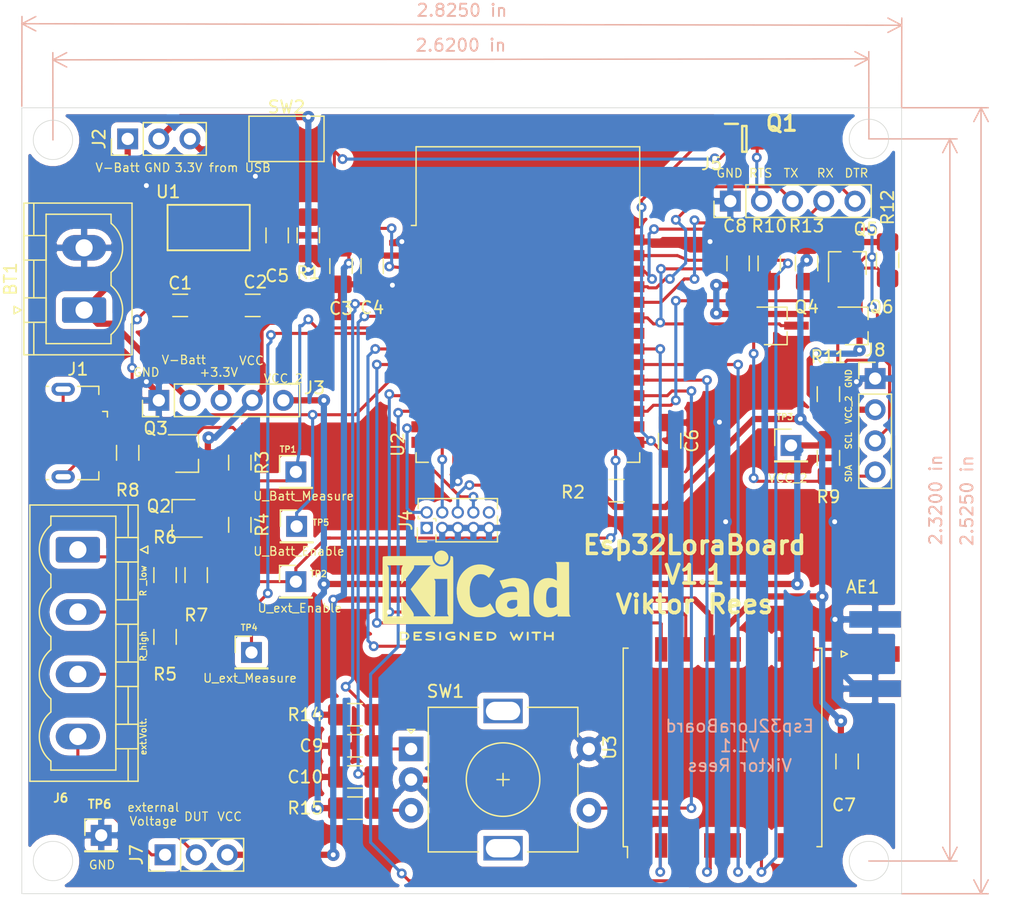
<source format=kicad_pcb>
(kicad_pcb (version 20171130) (host pcbnew 5.1.4-e60b266~84~ubuntu18.04.1)
  (title_block (title EspLoraBoard) (date 2020-03-22) (rev 1.1) (company "Viktor Rees") (comment 1 "Reset Btton added"))
  (layers (0 F.Cu signal) (31 B.Cu signal) (34 B.Paste user) (35 F.Paste user) (36 B.SilkS user) (37 F.SilkS user) (38 B.Mask user) (39 F.Mask user) (44 Edge.Cuts user))
  (net 0 "")
  (net 1 GND)
  (net 2 "Net-(AE1-Pad1)")
  (net 3 "Net-(C1-Pad1)")
  (net 4 +3V3)
  (net 5 "Net-(J1-Pad3)")
  (net 6 "Net-(J1-Pad4)")
  (net 7 "Net-(J1-Pad2)")
  (net 8 "Net-(J1-Pad6)")
  (net 9 /IO2)
  (net 10 /IO1)
  (net 11 /IRQ)
  (net 12 /MOSI)
  (net 13 "Net-(U2-Pad17)")
  (net 14 "Net-(U2-Pad18)")
  (net 15 "Net-(U2-Pad19)")
  (net 16 "Net-(U2-Pad20)")
  (net 17 "Net-(U2-Pad21)")
  (net 18 "Net-(U2-Pad22)")
  (net 19 "Net-(U2-Pad24)")
  (net 20 /SCK)
  (net 21 /CS)
  (net 22 /MISO)
  (net 23 "Net-(U2-Pad32)")
  (net 24 /RST)
  (net 25 "Net-(U3-Pad7)")
  (net 26 "Net-(U3-Pad11)")
  (net 27 "Net-(U3-Pad12)")
  (net 28 /V-Batt)
  (net 29 VCC)
  (net 30 /Reset)
  (net 31 /Boot)
  (net 32 /VCC_2)
  (net 33 "Net-(J4-Pad1)")
  (net 34 /TMS)
  (net 35 /TCK)
  (net 36 /TDO)
  (net 37 /TDI)
  (net 38 "Net-(J4-Pad10)")
  (net 39 /RTS)
  (net 40 /TX)
  (net 41 /RX)
  (net 42 /DTR)
  (net 43 "Net-(J6-Pad1)")
  (net 44 /U_EXT_MEASURE)
  (net 45 "Net-(J6-Pad3)")
  (net 46 /SCL_2)
  (net 47 /U_EXT_ENABLE)
  (net 48 /UBAT_ENABLE)
  (net 49 "Net-(Q3-Pad2)")
  (net 50 /SDA_2)
  (net 51 /SDA)
  (net 52 /POWER_ENABLE)
  (net 53 /SCL)
  (net 54 /UBAT_MEASURE)
  (net 55 /ROT_A)
  (net 56 /ROT_B)
  (net 57 /ext.Voltage)
  (net 58 /ROT_SW)
  (module Symbol:KiCad-Logo2_6mm_SilkScreen (layer F.Cu) (at 141.224 97.536)
    (fp_text reference REF** hide)
    (fp_text value KiCad-Logo2_6mm_SilkScreen hide)
  )
  (module Package_TO_SOT_SMD:TSOT-23_HandSoldering (layer F.Cu) (at 165.608 76.2)
    (fp_text reference Q4 (at 2.54 -1.524) (layer F.SilkS))
    (fp_text value Si2302DS_NMOS)
    (pad 1 smd rect (at -1.71 -0.95) (size 2 0.65) (layers F.Cu F.Paste F.Mask) (net 32 /VCC_2))
    (pad 2 smd rect (at -1.71 0.95) (size 2 0.65) (layers F.Cu F.Paste F.Mask) (net 50 /SDA_2))
    (pad 3 smd rect (at 1.71 0) (size 2 0.65) (layers F.Cu F.Paste F.Mask) (net 51 /SDA))
  )
  (module Connector_PinHeader_2.54mm:PinHeader_1x03_P2.54mm_Vertical (layer F.Cu) (at 112.776 60.96 90)
    (fp_text reference J2 (at 0 -2.33 90) (layer F.SilkS))
    (fp_text value Power-Selector)
    (pad 1 thru_hole rect (at 0 0 90) (size 1.7 1.7) (drill 1) (layers *.Cu *.Mask) (net 28 /V-Batt))
    (pad 2 thru_hole oval (at 0 2.54 90) (size 1.7 1.7) (drill 1) (layers *.Cu *.Mask) (net 29 VCC))
    (pad 3 thru_hole oval (at 0 5.08 90) (size 1.7 1.7) (drill 1) (layers *.Cu *.Mask) (net 4 +3V3))
  )
  (module Resistor_SMD:R_1206_3216Metric_Pad1.42x1.75mm_HandSolder (layer F.Cu) (at 127.508 68.834 90)
    (fp_text reference R1 (at -3.048 0) (layer F.SilkS))
    (fp_text value 10k)
    (pad 1 smd roundrect (at -1.4875 0 90) (size 1.425 1.75) (layers F.Cu F.Paste F.Mask) (roundrect_rratio 0.175439) (net 29 VCC))
    (pad 2 smd roundrect (at 1.4875 0 90) (size 1.425 1.75) (layers F.Cu F.Paste F.Mask) (roundrect_rratio 0.175439) (net 30 /Reset))
  )
  (module lib_fp:SOT65P230X110-6N (layer F.Cu) (at 163.068 60.96)
    (fp_text reference Q1 (at 3.048 -1.27) (layer F.SilkS) (effects (font (size 1.27 1.27) (thickness 0.254))))
    (fp_text value UMH3N hide)
    (pad 1 smd rect (at -1.05 -0.65 90) (size 0.45 1.05) (layers F.Cu F.Paste F.Mask) (net 42 /DTR))
    (pad 2 smd rect (at -1.05 0 90) (size 0.45 1.05) (layers F.Cu F.Paste F.Mask) (net 39 /RTS))
    (pad 3 smd rect (at -1.05 0.65 90) (size 0.45 1.05) (layers F.Cu F.Paste F.Mask) (net 30 /Reset))
    (pad 4 smd rect (at 1.05 0.65 90) (size 0.45 1.05) (layers F.Cu F.Paste F.Mask) (net 39 /RTS))
    (pad 5 smd rect (at 1.05 0 90) (size 0.45 1.05) (layers F.Cu F.Paste F.Mask) (net 42 /DTR))
    (pad 6 smd rect (at 1.05 -0.65 90) (size 0.45 1.05) (layers F.Cu F.Paste F.Mask) (net 31 /Boot))
  )
  (module lib_fp:SOT230P696X180-4N (layer F.Cu) (at 119.38 68.199 90)
    (fp_text reference U1 (at 2.921 -3.302 180) (layer F.SilkS))
    (fp_text value LM3940IMP-3.3)
    (pad 1 smd rect (at -3.2004 -2.3114 90) (size 1.6002 0.8382) (layers F.Cu F.Paste F.Mask) (net 3 "Net-(C1-Pad1)"))
    (pad 2 smd rect (at -3.2004 0 90) (size 1.6002 0.8382) (layers F.Cu F.Paste F.Mask) (net 1 GND))
    (pad 3 smd rect (at -3.2004 2.3114 90) (size 1.6002 0.8382) (layers F.Cu F.Paste F.Mask) (net 4 +3V3))
    (pad 4 smd rect (at 3.2004 0 90) (size 1.6002 3.0988) (layers F.Cu F.Paste F.Mask) (net 1 GND))
  )
  (module Capacitor_SMD:C_1206_3216Metric_Pad1.42x1.75mm_HandSolder (layer F.Cu) (at 122.9725 74.549 180)
    (fp_text reference C2 (at -0.2175 1.905) (layer F.SilkS))
    (fp_text value 10u)
    (pad 2 smd roundrect (at 1.4875 0 180) (size 1.425 1.75) (layers F.Cu F.Paste F.Mask) (roundrect_rratio 0.175439) (net 1 GND))
    (pad 1 smd roundrect (at -1.4875 0 180) (size 1.425 1.75) (layers F.Cu F.Paste F.Mask) (roundrect_rratio 0.175439) (net 4 +3V3))
  )
  (module Capacitor_SMD:C_1206_3216Metric_Pad1.42x1.75mm_HandSolder (layer F.Cu) (at 117.0575 74.549)
    (fp_text reference C1 (at 0 -1.82) (layer F.SilkS))
    (fp_text value 100n)
    (pad 1 smd roundrect (at -1.4875 0) (size 1.425 1.75) (layers F.Cu F.Paste F.Mask) (roundrect_rratio 0.175439) (net 3 "Net-(C1-Pad1)"))
    (pad 2 smd roundrect (at 1.4875 0) (size 1.425 1.75) (layers F.Cu F.Paste F.Mask) (roundrect_rratio 0.175439) (net 1 GND))
  )
  (module RF_Module:ESP32-WROOM-32 (layer F.Cu) (at 145.415 77.47)
    (fp_text reference U2 (at -10.61 8.43 90) (layer F.SilkS))
    (fp_text value ESP32-WROOM-32)
    (pad 39 smd rect (at -1 -0.755) (size 5 5) (layers F.Cu F.Paste F.Mask))
    (pad 1 smd rect (at -8.5 -8.255) (size 2 0.9) (layers F.Cu F.Paste F.Mask) (net 1 GND))
    (pad 2 smd rect (at -8.5 -6.985) (size 2 0.9) (layers F.Cu F.Paste F.Mask) (net 29 VCC))
    (pad 3 smd rect (at -8.5 -5.715) (size 2 0.9) (layers F.Cu F.Paste F.Mask) (net 30 /Reset))
    (pad 4 smd rect (at -8.5 -4.445) (size 2 0.9) (layers F.Cu F.Paste F.Mask) (net 55 /ROT_A))
    (pad 5 smd rect (at -8.5 -3.175) (size 2 0.9) (layers F.Cu F.Paste F.Mask) (net 56 /ROT_B))
    (pad 6 smd rect (at -8.5 -1.905) (size 2 0.9) (layers F.Cu F.Paste F.Mask) (net 54 /UBAT_MEASURE))
    (pad 7 smd rect (at -8.5 -0.635) (size 2 0.9) (layers F.Cu F.Paste F.Mask) (net 44 /U_EXT_MEASURE))
    (pad 8 smd rect (at -8.5 0.635) (size 2 0.9) (layers F.Cu F.Paste F.Mask) (net 9 /IO2))
    (pad 9 smd rect (at -8.5 1.905) (size 2 0.9) (layers F.Cu F.Paste F.Mask) (net 10 /IO1))
    (pad 10 smd rect (at -8.5 3.175) (size 2 0.9) (layers F.Cu F.Paste F.Mask) (net 48 /UBAT_ENABLE))
    (pad 11 smd rect (at -8.5 4.445) (size 2 0.9) (layers F.Cu F.Paste F.Mask) (net 11 /IRQ))
    (pad 12 smd rect (at -8.5 5.715) (size 2 0.9) (layers F.Cu F.Paste F.Mask) (net 12 /MOSI))
    (pad 13 smd rect (at -8.5 6.985) (size 2 0.9) (layers F.Cu F.Paste F.Mask) (net 34 /TMS))
    (pad 14 smd rect (at -8.5 8.255) (size 2 0.9) (layers F.Cu F.Paste F.Mask) (net 37 /TDI))
    (pad 15 smd rect (at -5.715 9.255 90) (size 2 0.9) (layers F.Cu F.Paste F.Mask) (net 1 GND))
    (pad 16 smd rect (at -4.445 9.255 90) (size 2 0.9) (layers F.Cu F.Paste F.Mask) (net 35 /TCK))
    (pad 17 smd rect (at -3.175 9.255 90) (size 2 0.9) (layers F.Cu F.Paste F.Mask) (net 13 "Net-(U2-Pad17)"))
    (pad 18 smd rect (at -1.905 9.255 90) (size 2 0.9) (layers F.Cu F.Paste F.Mask) (net 14 "Net-(U2-Pad18)"))
    (pad 19 smd rect (at -0.635 9.255 90) (size 2 0.9) (layers F.Cu F.Paste F.Mask) (net 15 "Net-(U2-Pad19)"))
    (pad 20 smd rect (at 0.635 9.255 90) (size 2 0.9) (layers F.Cu F.Paste F.Mask) (net 16 "Net-(U2-Pad20)"))
    (pad 21 smd rect (at 1.905 9.255 90) (size 2 0.9) (layers F.Cu F.Paste F.Mask) (net 17 "Net-(U2-Pad21)"))
    (pad 22 smd rect (at 3.175 9.255 90) (size 2 0.9) (layers F.Cu F.Paste F.Mask) (net 18 "Net-(U2-Pad22)"))
    (pad 23 smd rect (at 4.445 9.255 90) (size 2 0.9) (layers F.Cu F.Paste F.Mask) (net 36 /TDO))
    (pad 24 smd rect (at 5.715 9.255 90) (size 2 0.9) (layers F.Cu F.Paste F.Mask) (net 19 "Net-(U2-Pad24)"))
    (pad 25 smd rect (at 8.5 8.255) (size 2 0.9) (layers F.Cu F.Paste F.Mask) (net 31 /Boot))
    (pad 26 smd rect (at 8.5 6.985) (size 2 0.9) (layers F.Cu F.Paste F.Mask) (net 47 /U_EXT_ENABLE))
    (pad 27 smd rect (at 8.5 5.715) (size 2 0.9) (layers F.Cu F.Paste F.Mask) (net 52 /POWER_ENABLE))
    (pad 28 smd rect (at 8.5 4.445) (size 2 0.9) (layers F.Cu F.Paste F.Mask) (net 58 /ROT_SW))
    (pad 29 smd rect (at 8.5 3.175) (size 2 0.9) (layers F.Cu F.Paste F.Mask) (net 20 /SCK))
    (pad 30 smd rect (at 8.5 1.905) (size 2 0.9) (layers F.Cu F.Paste F.Mask) (net 21 /CS))
    (pad 31 smd rect (at 8.5 0.635) (size 2 0.9) (layers F.Cu F.Paste F.Mask) (net 22 /MISO))
    (pad 32 smd rect (at 8.5 -0.635) (size 2 0.9) (layers F.Cu F.Paste F.Mask) (net 23 "Net-(U2-Pad32)"))
    (pad 33 smd rect (at 8.5 -1.905) (size 2 0.9) (layers F.Cu F.Paste F.Mask) (net 51 /SDA))
    (pad 34 smd rect (at 8.5 -3.175) (size 2 0.9) (layers F.Cu F.Paste F.Mask) (net 41 /RX))
    (pad 35 smd rect (at 8.5 -4.445) (size 2 0.9) (layers F.Cu F.Paste F.Mask) (net 40 /TX))
    (pad 36 smd rect (at 8.5 -5.715) (size 2 0.9) (layers F.Cu F.Paste F.Mask) (net 53 /SCL))
    (pad 37 smd rect (at 8.5 -6.985) (size 2 0.9) (layers F.Cu F.Paste F.Mask) (net 24 /RST))
    (pad 38 smd rect (at 8.5 -8.255) (size 2 0.9) (layers F.Cu F.Paste F.Mask) (net 1 GND))
  )
  (module Capacitor_SMD:C_1206_3216Metric_Pad1.42x1.75mm_HandSolder (layer F.Cu) (at 130.175 71.3375 270)
    (fp_text reference C3 (at 3.4655 0 180) (layer F.SilkS))
    (fp_text value 1u)
    (pad 2 smd roundrect (at 1.4875 0 270) (size 1.425 1.75) (layers F.Cu F.Paste F.Mask) (roundrect_rratio 0.175439) (net 1 GND))
    (pad 1 smd roundrect (at -1.4875 0 270) (size 1.425 1.75) (layers F.Cu F.Paste F.Mask) (roundrect_rratio 0.175439) (net 29 VCC))
  )
  (module Capacitor_SMD:C_1206_3216Metric_Pad1.42x1.75mm_HandSolder (layer F.Cu) (at 132.715 71.3375 270)
    (fp_text reference C4 (at 3.402 0 180) (layer F.SilkS))
    (fp_text value 100n)
    (pad 1 smd roundrect (at -1.4875 0 270) (size 1.425 1.75) (layers F.Cu F.Paste F.Mask) (roundrect_rratio 0.175439) (net 29 VCC))
    (pad 2 smd roundrect (at 1.4875 0 270) (size 1.425 1.75) (layers F.Cu F.Paste F.Mask) (roundrect_rratio 0.175439) (net 1 GND))
  )
  (module Connector_Coaxial:SMA_Samtec_SMA-J-P-H-ST-EM1_EdgeMount (layer F.Cu) (at 173.736 102.997)
    (fp_text reference AE1 (at -1.016 -5.461 180) (layer F.SilkS))
    (fp_text value Antenna_Shield)
    (pad 2 smd rect (at 0 2.825 90) (size 1.35 4.2) (layers B.Cu B.Paste B.Mask) (net 1 GND))
    (pad 2 smd rect (at 0 -2.825 90) (size 1.35 4.2) (layers B.Cu B.Paste B.Mask) (net 1 GND))
    (pad 2 smd rect (at 0 2.825 90) (size 1.35 4.2) (layers F.Cu F.Paste F.Mask) (net 1 GND))
    (pad 2 smd rect (at 0 -2.825 90) (size 1.35 4.2) (layers F.Cu F.Paste F.Mask) (net 1 GND))
    (pad 1 smd rect (at 0.2 0 90) (size 1.27 3.6) (layers F.Cu F.Paste F.Mask) (net 2 "Net-(AE1-Pad1)"))
  )
  (module RF_Module:HOPERF_RFM9XW_SMD (layer F.Cu) (at 161.29 110.617 90)
    (fp_text reference U3 (at 0 -9.2 90) (layer F.SilkS))
    (fp_text value RFM95W-868S2)
    (pad 1 smd rect (at -8 -7 90) (size 2 1) (layers F.Cu F.Paste F.Mask) (net 1 GND))
    (pad 2 smd rect (at -8 -5 90) (size 2 1) (layers F.Cu F.Paste F.Mask) (net 22 /MISO))
    (pad 3 smd rect (at -8 -3 90) (size 2 1) (layers F.Cu F.Paste F.Mask) (net 12 /MOSI))
    (pad 4 smd rect (at -8 -1 90) (size 2 1) (layers F.Cu F.Paste F.Mask) (net 20 /SCK))
    (pad 5 smd rect (at -8 1 90) (size 2 1) (layers F.Cu F.Paste F.Mask) (net 21 /CS))
    (pad 6 smd rect (at -8 3 90) (size 2 1) (layers F.Cu F.Paste F.Mask) (net 24 /RST))
    (pad 7 smd rect (at -8 5 90) (size 2 1) (layers F.Cu F.Paste F.Mask) (net 25 "Net-(U3-Pad7)"))
    (pad 8 smd rect (at -8 7 90) (size 2 1) (layers F.Cu F.Paste F.Mask) (net 1 GND))
    (pad 9 smd rect (at 8 7 90) (size 2 1) (layers F.Cu F.Paste F.Mask) (net 2 "Net-(AE1-Pad1)"))
    (pad 10 smd rect (at 8 5 90) (size 2 1) (layers F.Cu F.Paste F.Mask) (net 1 GND))
    (pad 11 smd rect (at 8 3 90) (size 2 1) (layers F.Cu F.Paste F.Mask) (net 26 "Net-(U3-Pad11)"))
    (pad 12 smd rect (at 8 1 90) (size 2 1) (layers F.Cu F.Paste F.Mask) (net 27 "Net-(U3-Pad12)"))
    (pad 13 smd rect (at 8 -1 90) (size 2 1) (layers F.Cu F.Paste F.Mask) (net 29 VCC))
    (pad 14 smd rect (at 8 -3 90) (size 2 1) (layers F.Cu F.Paste F.Mask) (net 11 /IRQ))
    (pad 15 smd rect (at 8 -5 90) (size 2 1) (layers F.Cu F.Paste F.Mask) (net 10 /IO1))
    (pad 16 smd rect (at 8 -7 90) (size 2 1) (layers F.Cu F.Paste F.Mask) (net 9 /IO2))
  )
  (module Connector_USB:USB_Micro-B_GCT_USB3076-30-A (layer F.Cu) (at 108.712 84.963 270)
    (fp_text reference J1 (at -5.207 0 180) (layer F.SilkS))
    (fp_text value USB_B_Micro)
    (pad 6 smd rect (at 1.125 1.2 270) (size 1.75 1.9) (layers F.Cu F.Paste F.Mask) (net 8 "Net-(J1-Pad6)"))
    (pad 2 smd rect (at -0.65 -1.45 270) (size 0.4 1.4) (layers F.Cu F.Paste F.Mask) (net 7 "Net-(J1-Pad2)"))
    (pad 1 smd rect (at -1.3 -1.45 270) (size 0.4 1.4) (layers F.Cu F.Paste F.Mask) (net 3 "Net-(C1-Pad1)"))
    (pad 5 smd rect (at 1.3 -1.45 270) (size 0.4 1.4) (layers F.Cu F.Paste F.Mask) (net 1 GND))
    (pad 4 smd rect (at 0.65 -1.45 270) (size 0.4 1.4) (layers F.Cu F.Paste F.Mask) (net 6 "Net-(J1-Pad4)"))
    (pad 3 smd rect (at 0 -1.45 270) (size 0.4 1.4) (layers F.Cu F.Paste F.Mask) (net 5 "Net-(J1-Pad3)"))
    (pad 6 smd rect (at -1.125 1.2 270) (size 1.75 1.9) (layers F.Cu F.Paste F.Mask) (net 8 "Net-(J1-Pad6)"))
    (pad 6 thru_hole oval (at -3.575 1.2 90) (size 1.05 1.9) (drill oval 0.45 1.25) (layers *.Cu *.Mask) (net 8 "Net-(J1-Pad6)"))
    (pad 6 thru_hole oval (at 3.575 1.2 270) (size 1.05 1.9) (drill oval 0.45 1.25) (layers *.Cu *.Mask) (net 8 "Net-(J1-Pad6)"))
    (pad 6 smd rect (at 2.32 -1.03 270) (size 1.15 1.45) (layers F.Cu F.Paste F.Mask) (net 8 "Net-(J1-Pad6)"))
    (pad 6 smd rect (at -2.32 -1.03 270) (size 1.15 1.45) (layers F.Cu F.Paste F.Mask) (net 8 "Net-(J1-Pad6)"))
  )
  (module Capacitor_SMD:C_1206_3216Metric_Pad1.42x1.75mm_HandSolder (layer F.Cu) (at 124.968 68.834 270)
    (fp_text reference C5 (at 3.302 0) (layer F.SilkS))
    (fp_text value 220n)
    (pad 1 smd roundrect (at -1.4875 0 270) (size 1.425 1.75) (layers F.Cu F.Paste F.Mask) (roundrect_rratio 0.175439) (net 30 /Reset))
    (pad 2 smd roundrect (at 1.4875 0 270) (size 1.425 1.75) (layers F.Cu F.Paste F.Mask) (roundrect_rratio 0.175439) (net 1 GND))
  )
  (module Capacitor_SMD:C_1206_3216Metric_Pad1.42x1.75mm_HandSolder (layer F.Cu) (at 156.972 85.598 270)
    (fp_text reference C6 (at 0 -1.82 90) (layer F.SilkS))
    (fp_text value 1n)
    (pad 2 smd roundrect (at 1.4875 0 270) (size 1.425 1.75) (layers F.Cu F.Paste F.Mask) (roundrect_rratio 0.175439) (net 31 /Boot))
    (pad 1 smd roundrect (at -1.4875 0 270) (size 1.425 1.75) (layers F.Cu F.Paste F.Mask) (roundrect_rratio 0.175439) (net 1 GND))
  )
  (module Capacitor_SMD:C_1206_3216Metric_Pad1.42x1.75mm_HandSolder (layer F.Cu) (at 171.45 111.76 90)
    (fp_text reference C7 (at -3.556 -0.254 180) (layer F.SilkS))
    (fp_text value 100n)
    (pad 2 smd roundrect (at 1.4875 0 90) (size 1.425 1.75) (layers F.Cu F.Paste F.Mask) (roundrect_rratio 0.175439) (net 29 VCC))
    (pad 1 smd roundrect (at -1.4875 0 90) (size 1.425 1.75) (layers F.Cu F.Paste F.Mask) (roundrect_rratio 0.175439) (net 1 GND))
  )
  (module Capacitor_SMD:C_1206_3216Metric_Pad1.42x1.75mm_HandSolder (layer F.Cu) (at 162.56 71.12 90)
    (fp_text reference C8 (at 3.048 -0.254 180) (layer F.SilkS))
    (fp_text value 100n)
    (pad 1 smd roundrect (at -1.4875 0 90) (size 1.425 1.75) (layers F.Cu F.Paste F.Mask) (roundrect_rratio 0.175439) (net 32 /VCC_2))
    (pad 2 smd roundrect (at 1.4875 0 90) (size 1.425 1.75) (layers F.Cu F.Paste F.Mask) (roundrect_rratio 0.175439) (net 1 GND))
  )
  (module Connector_PinHeader_1.27mm:PinHeader_2x05_P1.27mm_Vertical (layer F.Cu) (at 137.16 92.71 90)
    (fp_text reference J4 (at 0.635 -1.695 90) (layer F.SilkS))
    (fp_text value ESP_PROG_JTAG)
    (pad 1 thru_hole rect (at 0 0 90) (size 1 1) (drill 0.65) (layers *.Cu *.Mask) (net 33 "Net-(J4-Pad1)"))
    (pad 2 thru_hole oval (at 1.27 0 90) (size 1 1) (drill 0.65) (layers *.Cu *.Mask) (net 34 /TMS))
    (pad 3 thru_hole oval (at 0 1.27 90) (size 1 1) (drill 0.65) (layers *.Cu *.Mask) (net 1 GND))
    (pad 4 thru_hole oval (at 1.27 1.27 90) (size 1 1) (drill 0.65) (layers *.Cu *.Mask) (net 35 /TCK))
    (pad 5 thru_hole oval (at 0 2.54 90) (size 1 1) (drill 0.65) (layers *.Cu *.Mask) (net 1 GND))
    (pad 6 thru_hole oval (at 1.27 2.54 90) (size 1 1) (drill 0.65) (layers *.Cu *.Mask) (net 36 /TDO))
    (pad 7 thru_hole oval (at 0 3.81 90) (size 1 1) (drill 0.65) (layers *.Cu *.Mask) (net 1 GND))
    (pad 8 thru_hole oval (at 1.27 3.81 90) (size 1 1) (drill 0.65) (layers *.Cu *.Mask) (net 37 /TDI))
    (pad 9 thru_hole oval (at 0 5.08 90) (size 1 1) (drill 0.65) (layers *.Cu *.Mask) (net 1 GND))
    (pad 10 thru_hole oval (at 1.27 5.08 90) (size 1 1) (drill 0.65) (layers *.Cu *.Mask) (net 38 "Net-(J4-Pad10)"))
  )
  (module Connector_PinHeader_2.54mm:PinHeader_1x05_P2.54mm_Vertical (layer F.Cu) (at 161.925 66.04 90)
    (fp_text reference J5 (at 3.048 -1.524 180) (layer F.SilkS))
    (fp_text value Prog)
    (pad 1 thru_hole rect (at 0 0 90) (size 1.7 1.7) (drill 1) (layers *.Cu *.Mask) (net 1 GND))
    (pad 2 thru_hole oval (at 0 2.54 90) (size 1.7 1.7) (drill 1) (layers *.Cu *.Mask) (net 39 /RTS))
    (pad 3 thru_hole oval (at 0 5.08 90) (size 1.7 1.7) (drill 1) (layers *.Cu *.Mask) (net 40 /TX))
    (pad 4 thru_hole oval (at 0 7.62 90) (size 1.7 1.7) (drill 1) (layers *.Cu *.Mask) (net 41 /RX))
    (pad 5 thru_hole oval (at 0 10.16 90) (size 1.7 1.7) (drill 1) (layers *.Cu *.Mask) (net 42 /DTR))
  )
  (module Connector_Phoenix_MSTB:PhoenixContact_MSTBVA_2,5_4-G-5,08_1x04_P5.08mm_Vertical (layer F.Cu) (at 108.712 94.488 270)
    (fp_text reference J6 (at 20.2565 1.397 180) (layer F.SilkS) (effects (font (size 0.7 0.7))))
    (fp_text value ext_Measure)
    (pad 1 thru_hole roundrect (at 0 0 270) (size 2.08 3.6) (drill 1.4) (layers *.Cu *.Mask) (roundrect_rratio 0.120192) (net 43 "Net-(J6-Pad1)"))
    (pad 2 thru_hole oval (at 5.08 0 270) (size 2.08 3.6) (drill 1.4) (layers *.Cu *.Mask) (net 44 /U_EXT_MEASURE))
    (pad 3 thru_hole oval (at 10.16 0 270) (size 2.08 3.6) (drill 1.4) (layers *.Cu *.Mask) (net 45 "Net-(J6-Pad3)"))
    (pad 4 thru_hole oval (at 15.24 0 270) (size 2.08 3.6) (drill 1.4) (layers *.Cu *.Mask) (net 57 /ext.Voltage))
  )
  (module Connector_PinHeader_2.54mm:PinHeader_1x03_P2.54mm_Vertical (layer F.Cu) (at 115.824 119.38 90)
    (fp_text reference J7 (at 0 -2.33 90) (layer F.SilkS))
    (fp_text value Measurement-Selector)
    (pad 3 thru_hole oval (at 0 5.08 90) (size 1.7 1.7) (drill 1) (layers *.Cu *.Mask) (net 29 VCC))
    (pad 2 thru_hole oval (at 0 2.54 90) (size 1.7 1.7) (drill 1) (layers *.Cu *.Mask) (net 45 "Net-(J6-Pad3)"))
    (pad 1 thru_hole rect (at 0 0 90) (size 1.7 1.7) (drill 1) (layers *.Cu *.Mask) (net 57 /ext.Voltage))
  )
  (module Package_TO_SOT_SMD:TSOT-23_HandSoldering (layer F.Cu) (at 117.348 91.948 180)
    (fp_text reference Q2 (at 2.032 1.016) (layer F.SilkS))
    (fp_text value Si2302DS_NMOS)
    (pad 3 smd rect (at 1.71 0 180) (size 2 0.65) (layers F.Cu F.Paste F.Mask) (net 43 "Net-(J6-Pad1)"))
    (pad 2 smd rect (at -1.71 0.95 180) (size 2 0.65) (layers F.Cu F.Paste F.Mask) (net 1 GND))
    (pad 1 smd rect (at -1.71 -0.95 180) (size 2 0.65) (layers F.Cu F.Paste F.Mask) (net 47 /U_EXT_ENABLE))
  )
  (module Package_TO_SOT_SMD:TSOT-23_HandSoldering (layer F.Cu) (at 117.602 86.614)
    (fp_text reference Q3 (at -2.54 -2.032) (layer F.SilkS))
    (fp_text value Si2301DS_PMOS)
    (pad 1 smd rect (at -1.71 -0.95) (size 2 0.65) (layers F.Cu F.Paste F.Mask) (net 48 /UBAT_ENABLE))
    (pad 2 smd rect (at -1.71 0.95) (size 2 0.65) (layers F.Cu F.Paste F.Mask) (net 49 "Net-(Q3-Pad2)"))
    (pad 3 smd rect (at 1.71 0) (size 2 0.65) (layers F.Cu F.Paste F.Mask) (net 29 VCC))
  )
  (module Package_TO_SOT_SMD:TSOT-23_HandSoldering (layer F.Cu) (at 171.45 71.12 90)
    (fp_text reference Q5 (at 2.794 1.524 180) (layer F.SilkS))
    (fp_text value Si2301DS_PMOS)
    (pad 1 smd rect (at -1.71 -0.95 90) (size 2 0.65) (layers F.Cu F.Paste F.Mask) (net 52 /POWER_ENABLE))
    (pad 2 smd rect (at -1.71 0.95 90) (size 2 0.65) (layers F.Cu F.Paste F.Mask) (net 32 /VCC_2))
    (pad 3 smd rect (at 1.71 0 90) (size 2 0.65) (layers F.Cu F.Paste F.Mask) (net 29 VCC))
  )
  (module Package_TO_SOT_SMD:TSOT-23_HandSoldering (layer F.Cu) (at 172.212 76.2)
    (fp_text reference Q6 (at 2.032 -1.524) (layer F.SilkS))
    (fp_text value Si2302DS_NMOS)
    (pad 3 smd rect (at 1.71 0) (size 2 0.65) (layers F.Cu F.Paste F.Mask) (net 53 /SCL))
    (pad 2 smd rect (at -1.71 0.95) (size 2 0.65) (layers F.Cu F.Paste F.Mask) (net 46 /SCL_2))
    (pad 1 smd rect (at -1.71 -0.95) (size 2 0.65) (layers F.Cu F.Paste F.Mask) (net 32 /VCC_2))
  )
  (module Resistor_SMD:R_1206_3216Metric_Pad1.42x1.75mm_HandSolder (layer F.Cu) (at 152.654 89.662)
    (fp_text reference R2 (at -3.556 0.127) (layer F.SilkS))
    (fp_text value 10k)
    (pad 1 smd roundrect (at -1.4875 0) (size 1.425 1.75) (layers F.Cu F.Paste F.Mask) (roundrect_rratio 0.175439) (net 29 VCC))
    (pad 2 smd roundrect (at 1.4875 0) (size 1.425 1.75) (layers F.Cu F.Paste F.Mask) (roundrect_rratio 0.175439) (net 31 /Boot))
  )
  (module Resistor_SMD:R_1206_3216Metric_Pad1.42x1.75mm_HandSolder (layer F.Cu) (at 121.92 87.376 270)
    (fp_text reference R3 (at 0 -1.82 90) (layer F.SilkS))
    (fp_text value 10k)
    (pad 2 smd roundrect (at 1.4875 0 270) (size 1.425 1.75) (layers F.Cu F.Paste F.Mask) (roundrect_rratio 0.175439) (net 54 /UBAT_MEASURE))
    (pad 1 smd roundrect (at -1.4875 0 270) (size 1.425 1.75) (layers F.Cu F.Paste F.Mask) (roundrect_rratio 0.175439) (net 49 "Net-(Q3-Pad2)"))
  )
  (module Resistor_SMD:R_1206_3216Metric_Pad1.42x1.75mm_HandSolder (layer F.Cu) (at 121.92 92.456 270)
    (fp_text reference R4 (at 0 -1.82 90) (layer F.SilkS))
    (fp_text value 10k)
    (pad 2 smd roundrect (at 1.4875 0 270) (size 1.425 1.75) (layers F.Cu F.Paste F.Mask) (roundrect_rratio 0.175439) (net 1 GND))
    (pad 1 smd roundrect (at -1.4875 0 270) (size 1.425 1.75) (layers F.Cu F.Paste F.Mask) (roundrect_rratio 0.175439) (net 54 /UBAT_MEASURE))
  )
  (module Resistor_SMD:R_1206_3216Metric_Pad1.42x1.75mm_HandSolder (layer F.Cu) (at 115.824 101.6 90)
    (fp_text reference R5 (at -3.048 0 180) (layer F.SilkS))
    (fp_text value optional)
    (pad 1 smd roundrect (at -1.4875 0 90) (size 1.425 1.75) (layers F.Cu F.Paste F.Mask) (roundrect_rratio 0.175439) (net 45 "Net-(J6-Pad3)"))
    (pad 2 smd roundrect (at 1.4875 0 90) (size 1.425 1.75) (layers F.Cu F.Paste F.Mask) (roundrect_rratio 0.175439) (net 44 /U_EXT_MEASURE))
  )
  (module Resistor_SMD:R_1206_3216Metric_Pad1.42x1.75mm_HandSolder (layer F.Cu) (at 115.824 96.5565 90)
    (fp_text reference R6 (at 3.0845 0 180) (layer F.SilkS))
    (fp_text value optional)
    (pad 1 smd roundrect (at -1.4875 0 90) (size 1.425 1.75) (layers F.Cu F.Paste F.Mask) (roundrect_rratio 0.175439) (net 44 /U_EXT_MEASURE))
    (pad 2 smd roundrect (at 1.4875 0 90) (size 1.425 1.75) (layers F.Cu F.Paste F.Mask) (roundrect_rratio 0.175439) (net 43 "Net-(J6-Pad1)"))
  )
  (module Resistor_SMD:R_1206_3216Metric_Pad1.42x1.75mm_HandSolder (layer F.Cu) (at 118.364 96.5565 270)
    (fp_text reference R7 (at 3.2655 0 180) (layer F.SilkS))
    (fp_text value 100k)
    (pad 2 smd roundrect (at 1.4875 0 270) (size 1.425 1.75) (layers F.Cu F.Paste F.Mask) (roundrect_rratio 0.175439) (net 1 GND))
    (pad 1 smd roundrect (at -1.4875 0 270) (size 1.425 1.75) (layers F.Cu F.Paste F.Mask) (roundrect_rratio 0.175439) (net 47 /U_EXT_ENABLE))
  )
  (module Resistor_SMD:R_1206_3216Metric_Pad1.42x1.75mm_HandSolder (layer F.Cu) (at 112.776 86.5775 90)
    (fp_text reference R8 (at -3.048 0 180) (layer F.SilkS))
    (fp_text value 100k)
    (pad 1 smd roundrect (at -1.4875 0 90) (size 1.425 1.75) (layers F.Cu F.Paste F.Mask) (roundrect_rratio 0.175439) (net 29 VCC))
    (pad 2 smd roundrect (at 1.4875 0 90) (size 1.425 1.75) (layers F.Cu F.Paste F.Mask) (roundrect_rratio 0.175439) (net 48 /UBAT_ENABLE))
  )
  (module Resistor_SMD:R_1206_3216Metric_Pad1.42x1.75mm_HandSolder (layer F.Cu) (at 169.926 86.995 270)
    (fp_text reference R9 (at 3.175 0) (layer F.SilkS))
    (fp_text value 10k)
    (pad 1 smd roundrect (at -1.4875 0 270) (size 1.425 1.75) (layers F.Cu F.Paste F.Mask) (roundrect_rratio 0.175439) (net 32 /VCC_2))
    (pad 2 smd roundrect (at 1.4875 0 270) (size 1.425 1.75) (layers F.Cu F.Paste F.Mask) (roundrect_rratio 0.175439) (net 50 /SDA_2))
  )
  (module Resistor_SMD:R_1206_3216Metric_Pad1.42x1.75mm_HandSolder (layer F.Cu) (at 165.1 71.12 270)
    (fp_text reference R10 (at -3.048 0 180) (layer F.SilkS))
    (fp_text value 10k)
    (pad 2 smd roundrect (at 1.4875 0 270) (size 1.425 1.75) (layers F.Cu F.Paste F.Mask) (roundrect_rratio 0.175439) (net 51 /SDA))
    (pad 1 smd roundrect (at -1.4875 0 270) (size 1.425 1.75) (layers F.Cu F.Paste F.Mask) (roundrect_rratio 0.175439) (net 29 VCC))
  )
  (module Resistor_SMD:R_1206_3216Metric_Pad1.42x1.75mm_HandSolder (layer F.Cu) (at 169.926 81.788 90)
    (fp_text reference R11 (at 3.048 0 180) (layer F.SilkS))
    (fp_text value 10k)
    (pad 2 smd roundrect (at 1.4875 0 90) (size 1.425 1.75) (layers F.Cu F.Paste F.Mask) (roundrect_rratio 0.175439) (net 46 /SCL_2))
    (pad 1 smd roundrect (at -1.4875 0 90) (size 1.425 1.75) (layers F.Cu F.Paste F.Mask) (roundrect_rratio 0.175439) (net 32 /VCC_2))
  )
  (module Resistor_SMD:R_1206_3216Metric_Pad1.42x1.75mm_HandSolder (layer F.Cu) (at 174.752 70.866 270)
    (fp_text reference R12 (at -4.318 0 90) (layer F.SilkS))
    (fp_text value 100k)
    (pad 2 smd roundrect (at 1.4875 0 270) (size 1.425 1.75) (layers F.Cu F.Paste F.Mask) (roundrect_rratio 0.175439) (net 52 /POWER_ENABLE))
    (pad 1 smd roundrect (at -1.4875 0 270) (size 1.425 1.75) (layers F.Cu F.Paste F.Mask) (roundrect_rratio 0.175439) (net 29 VCC))
  )
  (module Resistor_SMD:R_1206_3216Metric_Pad1.42x1.75mm_HandSolder (layer F.Cu) (at 168.148 71.12 270)
    (fp_text reference R13 (at -3.048 0 180) (layer F.SilkS))
    (fp_text value 10k)
    (pad 1 smd roundrect (at -1.4875 0 270) (size 1.425 1.75) (layers F.Cu F.Paste F.Mask) (roundrect_rratio 0.175439) (net 29 VCC))
    (pad 2 smd roundrect (at 1.4875 0 270) (size 1.425 1.75) (layers F.Cu F.Paste F.Mask) (roundrect_rratio 0.175439) (net 53 /SCL))
  )
  (module Connector_PinHeader_2.54mm:PinHeader_1x01_P2.54mm_Vertical (layer F.Cu) (at 126.492 88.138)
    (fp_text reference TP1 (at -0.635 -1.8415) (layer F.SilkS) (effects (font (size 0.5 0.5) (thickness 0.1))))
    (fp_text value U_BATT_MEASURE)
    (pad 1 thru_hole rect (at 0 0) (size 1.7 1.7) (drill 1) (layers *.Cu *.Mask) (net 54 /UBAT_MEASURE))
  )
  (module Connector_PinHeader_2.54mm:PinHeader_1x01_P2.54mm_Vertical (layer F.Cu) (at 126.492 97.0915)
    (fp_text reference TP2 (at 1.8415 -0.635) (layer F.SilkS) (effects (font (size 0.5 0.5) (thickness 0.1))))
    (fp_text value U_EXT_ENABLE)
    (pad 1 thru_hole rect (at 0 0) (size 1.7 1.7) (drill 1) (layers *.Cu *.Mask) (net 47 /U_EXT_ENABLE))
  )
  (module Connector_PinHeader_2.54mm:PinHeader_1x01_P2.54mm_Vertical (layer F.Cu) (at 166.878 85.979)
    (fp_text reference TP3 (at -0.508 -2.33) (layer F.SilkS) (effects (font (size 0.5 0.5) (thickness 0.1))))
    (fp_text value VCC_2)
    (pad 1 thru_hole rect (at 0 0) (size 1.7 1.7) (drill 1) (layers *.Cu *.Mask) (net 32 /VCC_2))
  )
  (module Connector_PinHeader_2.54mm:PinHeader_1x05_P2.54mm_Vertical (layer F.Cu) (at 115.316 82.296 90)
    (fp_text reference J3 (at 1.016 12.7 180) (layer F.SilkS))
    (fp_text value Testpoints)
    (pad 1 thru_hole rect (at 0 0 90) (size 1.7 1.7) (drill 1) (layers *.Cu *.Mask) (net 1 GND))
    (pad 2 thru_hole oval (at 0 2.54 90) (size 1.7 1.7) (drill 1) (layers *.Cu *.Mask) (net 28 /V-Batt))
    (pad 3 thru_hole oval (at 0 5.08 90) (size 1.7 1.7) (drill 1) (layers *.Cu *.Mask) (net 4 +3V3))
    (pad 4 thru_hole oval (at 0 7.62 90) (size 1.7 1.7) (drill 1) (layers *.Cu *.Mask) (net 29 VCC))
    (pad 5 thru_hole oval (at 0 10.16 90) (size 1.7 1.7) (drill 1) (layers *.Cu *.Mask) (net 32 /VCC_2))
  )
  (module Connector_PinHeader_2.54mm:PinHeader_1x04_P2.54mm_Vertical (layer F.Cu) (at 173.736 80.518)
    (fp_text reference J8 (at 0 -2.33) (layer F.SilkS))
    (fp_text value OLED_128x64)
    (pad 1 thru_hole rect (at 0 0) (size 1.7 1.7) (drill 1) (layers *.Cu *.Mask) (net 1 GND))
    (pad 2 thru_hole oval (at 0 2.54) (size 1.7 1.7) (drill 1) (layers *.Cu *.Mask) (net 32 /VCC_2))
    (pad 3 thru_hole oval (at 0 5.08) (size 1.7 1.7) (drill 1) (layers *.Cu *.Mask) (net 46 /SCL_2))
    (pad 4 thru_hole oval (at 0 7.62) (size 1.7 1.7) (drill 1) (layers *.Cu *.Mask) (net 50 /SDA_2))
  )
  (module Connector_Phoenix_MSTB:PhoenixContact_MSTBVA_2,5_2-G-5,08_1x02_P5.08mm_Vertical (layer F.Cu) (at 109.22 74.93 90)
    (fp_text reference BT1 (at 2.54 -6 90) (layer F.SilkS))
    (fp_text value LiFePo-Batterie)
    (pad 1 thru_hole roundrect (at 0 0 90) (size 2.08 3.6) (drill 1.4) (layers *.Cu *.Mask) (roundrect_rratio 0.120192) (net 28 /V-Batt))
    (pad 2 thru_hole oval (at 5.08 0 90) (size 2.08 3.6) (drill 1.4) (layers *.Cu *.Mask) (net 1 GND))
  )
  (module Capacitor_SMD:C_1206_3216Metric_Pad1.42x1.75mm_HandSolder (layer F.Cu) (at 131.318 110.49 180)
    (fp_text reference C9 (at 3.556 0) (layer F.SilkS))
    (fp_text value 1u)
    (pad 1 smd roundrect (at -1.4875 0 180) (size 1.425 1.75) (layers F.Cu F.Paste F.Mask) (roundrect_rratio 0.175439) (net 55 /ROT_A))
    (pad 2 smd roundrect (at 1.4875 0 180) (size 1.425 1.75) (layers F.Cu F.Paste F.Mask) (roundrect_rratio 0.175439) (net 1 GND))
  )
  (module Capacitor_SMD:C_1206_3216Metric_Pad1.42x1.75mm_HandSolder (layer F.Cu) (at 131.318 113.03 180)
    (fp_text reference C10 (at 4.064 0) (layer F.SilkS))
    (fp_text value 1u)
    (pad 2 smd roundrect (at 1.4875 0 180) (size 1.425 1.75) (layers F.Cu F.Paste F.Mask) (roundrect_rratio 0.175439) (net 1 GND))
    (pad 1 smd roundrect (at -1.4875 0 180) (size 1.425 1.75) (layers F.Cu F.Paste F.Mask) (roundrect_rratio 0.175439) (net 56 /ROT_B))
  )
  (module Resistor_SMD:R_1206_3216Metric_Pad1.42x1.75mm_HandSolder (layer F.Cu) (at 131.318 107.95)
    (fp_text reference R14 (at -4.064 0) (layer F.SilkS))
    (fp_text value 10k)
    (pad 1 smd roundrect (at -1.4875 0) (size 1.425 1.75) (layers F.Cu F.Paste F.Mask) (roundrect_rratio 0.175439) (net 32 /VCC_2))
    (pad 2 smd roundrect (at 1.4875 0) (size 1.425 1.75) (layers F.Cu F.Paste F.Mask) (roundrect_rratio 0.175439) (net 55 /ROT_A))
  )
  (module Resistor_SMD:R_1206_3216Metric_Pad1.42x1.75mm_HandSolder (layer F.Cu) (at 131.318 115.57)
    (fp_text reference R15 (at -4.064 0) (layer F.SilkS))
    (fp_text value 10k)
    (pad 2 smd roundrect (at 1.4875 0) (size 1.425 1.75) (layers F.Cu F.Paste F.Mask) (roundrect_rratio 0.175439) (net 56 /ROT_B))
    (pad 1 smd roundrect (at -1.4875 0) (size 1.425 1.75) (layers F.Cu F.Paste F.Mask) (roundrect_rratio 0.175439) (net 32 /VCC_2))
  )
  (module Rotary_Encoder:RotaryEncoder_Alps_EC11E-Switch_Vertical_H20mm (layer F.Cu) (at 135.89 110.744)
    (fp_text reference SW1 (at 2.8 -4.7) (layer F.SilkS))
    (fp_text value Rotary_Encoder)
    (pad S1 thru_hole circle (at 14.5 5) (size 2 2) (drill 1) (layers *.Cu *.Mask) (net 58 /ROT_SW))
    (pad S2 thru_hole circle (at 14.5 0) (size 2 2) (drill 1) (layers *.Cu *.Mask) (net 1 GND))
    (pad MP thru_hole rect (at 7.5 8.1) (size 3.2 2) (drill oval 2.8 1.5) (layers *.Cu *.Mask))
    (pad MP thru_hole rect (at 7.5 -3.1) (size 3.2 2) (drill oval 2.8 1.5) (layers *.Cu *.Mask))
    (pad B thru_hole circle (at 0 5) (size 2 2) (drill 1) (layers *.Cu *.Mask) (net 56 /ROT_B))
    (pad C thru_hole circle (at 0 2.5) (size 2 2) (drill 1) (layers *.Cu *.Mask) (net 1 GND))
    (pad A thru_hole rect (at 0 0) (size 2 2) (drill 1) (layers *.Cu *.Mask) (net 55 /ROT_A))
  )
  (module Button_Switch_SMD:SW_SPST_CK_RS282G05A3 (layer F.Cu) (at 125.73 60.96)
    (fp_text reference SW2 (at 0 -2.6) (layer F.SilkS))
    (fp_text value Reset)
    (pad 1 smd rect (at -3.9 0) (size 1.5 1.5) (layers F.Cu F.Paste F.Mask) (net 1 GND))
    (pad 2 smd rect (at 3.9 0) (size 1.5 1.5) (layers F.Cu F.Paste F.Mask) (net 30 /Reset))
  )
  (module Connector_PinHeader_2.54mm:PinHeader_1x01_P2.54mm_Vertical (layer F.Cu) (at 122.8725 102.87)
    (fp_text reference TP4 (at -0.1905 -2.032) (layer F.SilkS) (effects (font (size 0.5 0.5) (thickness 0.1))))
    (fp_text value U_EXT_MEASURE)
    (pad 1 thru_hole rect (at 0 0) (size 1.7 1.7) (drill 1) (layers *.Cu *.Mask) (net 44 /U_EXT_MEASURE))
  )
  (module Connector_PinHeader_2.54mm:PinHeader_1x01_P2.54mm_Vertical (layer F.Cu) (at 126.5555 92.583)
    (fp_text reference TP5 (at 1.9685 -0.3175) (layer F.SilkS) (effects (font (size 0.5 0.5) (thickness 0.1))))
    (fp_text value U_BAT_ENABLE)
    (pad 1 thru_hole rect (at 0 0) (size 1.7 1.7) (drill 1) (layers *.Cu *.Mask) (net 48 /UBAT_ENABLE))
  )
  (module Connector_PinHeader_2.54mm:PinHeader_1x01_P2.54mm_Vertical (layer F.Cu) (at 110.617 117.7925)
    (fp_text reference TP6 (at -0.127 -2.54) (layer F.SilkS) (effects (font (size 0.7 0.7))))
    (fp_text value GND)
    (pad 1 thru_hole rect (at 0 0) (size 1.7 1.7) (drill 1) (layers *.Cu *.Mask) (net 1 GND))
  )
  (gr_text U_Batt_Measure (at 127.127 90.1065) (layer F.SilkS) (effects (font (size 0.7 0.7) (thickness 0.1))))
  (gr_text U_ext_Enable (at 126.8095 99.2505) (layer F.SilkS) (effects (font (size 0.7 0.7) (thickness 0.1))))
  (gr_text U_ext_Measure (at 122.7455 104.9655) (layer F.SilkS) (effects (font (size 0.7 0.7) (thickness 0.1))))
  (gr_text GND (at 110.6805 120.2055) (layer F.SilkS) (effects (font (size 0.7 0.7) (thickness 0.1))))
  (gr_text U_Batt_Enable (at 126.746 94.615) (layer F.SilkS) (effects (font (size 0.7 0.7) (thickness 0.1))))
  (gr_text VCC_2 (at 166.624 88.646) (layer F.SilkS) (effects (font (size 0.7 0.7) (thickness 0.1))))
  (gr_text "R _low" (at 114.046 97.028 90) (layer F.SilkS) (effects (font (size 0.5 0.5) (thickness 0.1))))
  (gr_text R_high (at 114.046 102.362 90) (layer F.SilkS) (effects (font (size 0.5 0.5) (thickness 0.1))))
  (gr_text ext.Volt. (at 114.046 109.728 90) (layer F.SilkS) (effects (font (size 0.5 0.5) (thickness 0.1))))
  (gr_text DTR (at 172.212 63.754) (layer F.SilkS) (effects (font (size 0.7 0.7) (thickness 0.1))))
  (gr_text RX (at 169.672 63.754) (layer F.SilkS) (effects (font (size 0.7 0.7) (thickness 0.1))))
  (gr_text TX (at 166.878 63.754) (layer F.SilkS) (effects (font (size 0.7 0.7) (thickness 0.1))))
  (gr_text RTS (at 164.4015 63.754) (layer F.SilkS) (effects (font (size 0.7 0.7) (thickness 0.1))))
  (gr_text GND (at 161.8615 63.754) (layer F.SilkS) (effects (font (size 0.7 0.7) (thickness 0.1))))
  (dimension 58.928 (width 0.12) (layer B.SilkS) (gr_text "58,928 mm" (at 181.102 90.424 270) (layer B.SilkS) (effects (font (size 1 1) (thickness 0.15)))) (feature1 (pts (xy 173.228 119.888) (xy 180.418421 119.888))) (feature2 (pts (xy 173.228 60.96) (xy 180.418421 60.96))) (crossbar (pts (xy 179.832 60.96) (xy 179.832 119.888))) (arrow1a (pts (xy 179.832 119.888) (xy 179.245579 118.761496))) (arrow1b (pts (xy 179.832 119.888) (xy 180.418421 118.761496))) (arrow2a (pts (xy 179.832 60.96) (xy 179.245579 62.086504))) (arrow2b (pts (xy 179.832 60.96) (xy 180.418421 62.086504))))
  (dimension 66.548051 (width 0.12) (layer B.SilkS) (gr_text "66,548 mm" (at 139.944337 53.200583 0.07097568311) (layer B.SilkS) (effects (font (size 1 1) (thickness 0.15)))) (feature1 (pts (xy 173.228 60.96) (xy 173.219184 53.842944))) (feature2 (pts (xy 106.68 61.042437) (xy 106.671184 53.925381))) (crossbar (pts (xy 106.67191 54.511801) (xy 173.21991 54.429364))) (arrow1a (pts (xy 173.21991 54.429364) (xy 172.094134 55.01718))) (arrow1b (pts (xy 173.21991 54.429364) (xy 172.092681 53.844339))) (arrow2a (pts (xy 106.67191 54.511801) (xy 107.799139 55.096826))) (arrow2b (pts (xy 106.67191 54.511801) (xy 107.797686 53.923985))))
  (dimension 64.135 (width 0.12) (layer B.SilkS) (gr_text "64,135 mm" (at 183.642 90.4875 90) (layer B.SilkS) (effects (font (size 1 1) (thickness 0.15)))) (feature1 (pts (xy 175.895 58.42) (xy 182.958421 58.42))) (feature2 (pts (xy 175.895 122.555) (xy 182.958421 122.555))) (crossbar (pts (xy 182.372 122.555) (xy 182.372 58.42))) (arrow1a (pts (xy 182.372 58.42) (xy 182.958421 59.546504))) (arrow1b (pts (xy 182.372 58.42) (xy 181.785579 59.546504))) (arrow2a (pts (xy 182.372 122.555) (xy 182.958421 121.428496))) (arrow2b (pts (xy 182.372 122.555) (xy 181.785579 121.428496))))
  (dimension 71.755112 (width 0.12) (layer B.SilkS) (gr_text "71,755 mm" (at 140.031662 50.355299 359.8985916) (layer B.SilkS) (effects (font (size 1 1) (thickness 0.15)))) (feature1 (pts (xy 175.895 58.42) (xy 175.907952 51.102377))) (feature2 (pts (xy 104.14 58.293) (xy 104.152952 50.975377))) (crossbar (pts (xy 104.151914 51.561797) (xy 175.906914 51.688797))) (arrow1a (pts (xy 175.906914 51.688797) (xy 174.779374 52.273223))) (arrow1b (pts (xy 175.906914 51.688797) (xy 174.78145 51.100383))) (arrow2a (pts (xy 104.151914 51.561797) (xy 105.277378 52.150211))) (arrow2b (pts (xy 104.151914 51.561797) (xy 105.279454 50.977371))))
  (gr_text "Esp32LoraBoard\nV1.1\nViktor Rees" (at 162.687 110.49) (layer B.SilkS) (effects (font (size 1 1)) (justify mirror)))
  (gr_text "Esp32LoraBoard\nV1.1\nViktor Rees" (at 159.004 96.52) (layer F.SilkS) (effects (font (size 1.5 1.5) (thickness 0.3))))
  (gr_text GND (at 171.577 80.518 90) (layer F.SilkS) (effects (font (size 0.5 0.5) (thickness 0.1))))
  (gr_text VCC_2 (at 171.577 83.058 90) (layer F.SilkS) (effects (font (size 0.5 0.5) (thickness 0.1))))
  (gr_text SCL (at 171.577 85.598 90) (layer F.SilkS) (effects (font (size 0.5 0.5) (thickness 0.1))))
  (gr_text SDA (at 171.577 88.265 90) (layer F.SilkS) (effects (font (size 0.5 0.5) (thickness 0.1))))
  (gr_text "external\nVoltage" (at 114.8715 116.078) (layer F.SilkS) (effects (font (size 0.7 0.7) (thickness 0.1))))
  (gr_text VCC (at 121.0945 116.2685) (layer F.SilkS) (effects (font (size 0.7 0.7) (thickness 0.1))))
  (gr_text DUT (at 118.364 116.2685) (layer F.SilkS) (effects (font (size 0.7 0.7) (thickness 0.1))))
  (gr_text V-Batt (at 111.9505 63.3095) (layer F.SilkS) (effects (font (size 0.7 0.7) (thickness 0.1))))
  (gr_text GND (at 115.189 63.3095) (layer F.SilkS) (effects (font (size 0.7 0.7) (thickness 0.1))))
  (gr_text VCC_2 (at 125.476 80.518) (layer F.SilkS) (effects (font (size 0.7 0.7) (thickness 0.1))))
  (gr_text VCC (at 122.8725 79.0575) (layer F.SilkS) (effects (font (size 0.7 0.7) (thickness 0.1))))
  (gr_text +3.3V (at 120.2055 80.01) (layer F.SilkS) (effects (font (size 0.7 0.7) (thickness 0.1))))
  (gr_text V-Batt (at 117.348 78.994) (layer F.SilkS) (effects (font (size 0.7 0.7) (thickness 0.1))))
  (gr_text GND (at 114.3 80.01) (layer F.SilkS) (effects (font (size 0.7 0.7) (thickness 0.1))))
  (gr_text "3.3V from USB" (at 120.523 63.3095) (layer F.SilkS) (effects (font (size 0.7 0.7) (thickness 0.1))))
  (gr_circle (center 173.228 119.888) (end 173.736 121.412) (layer Edge.Cuts) (width 0.05))
  (gr_circle (center 106.68 119.888) (end 107.188 121.412) (layer Edge.Cuts) (width 0.05))
  (gr_circle (center 173.228 60.96) (end 173.736 62.484) (layer Edge.Cuts) (width 0.05))
  (gr_circle (center 106.68 61.042437) (end 107.188 62.566437) (layer Edge.Cuts) (width 0.05))
  (gr_line (start 104.14 122.555) (end 175.895 122.555) (layer Edge.Cuts) (width 0.05))
  (gr_line (start 104.14 58.42) (end 104.14 122.555) (layer Edge.Cuts) (width 0.05))
  (gr_line (start 175.895 58.42) (end 104.14 58.42) (layer Edge.Cuts) (width 0.05))
  (gr_line (start 175.895 122.555) (end 175.895 58.42) (layer Edge.Cuts) (width 0.05))
  (segment (start 139.7 86.725) (end 139.7 88.9) (width 0.25) (layer F.Cu) (net 1))
  (via (at 139.7 88.9) (size 0.8) (drill 0.4) (layers F.Cu B.Cu) (net 1))
  (via (at 170.465 100.172) (size 0.8) (drill 0.4) (layers F.Cu B.Cu) (net 1))
  (via (at 170.465 100.172) (size 0.8) (drill 0.4) (layers F.Cu B.Cu) (net 1))
  (segment (start 160.567 66.04) (end 160.274 66.333) (width 0.508) (layer B.Cu) (net 1))
  (segment (start 161.925 66.04) (end 160.567 66.04) (width 0.508) (layer B.Cu) (net 1))
  (via (at 160.274 69.342) (size 1.016) (drill 0.4) (layers F.Cu B.Cu) (net 1))
  (segment (start 160.274 66.333) (end 160.274 69.342) (width 0.508) (layer B.Cu) (net 1))
  (segment (start 154.042 69.342) (end 153.915 69.215) (width 0.508) (layer F.Cu) (net 1))
  (segment (start 160.274 69.342) (end 154.042 69.342) (width 0.508) (layer F.Cu) (net 1))
  (segment (start 162.2695 69.342) (end 162.56 69.6325) (width 0.508) (layer F.Cu) (net 1))
  (segment (start 160.274 69.342) (end 162.2695 69.342) (width 0.508) (layer F.Cu) (net 1))
  (via (at 135.135347 69.342) (size 1.016) (drill 0.4) (layers F.Cu B.Cu) (net 1))
  (segment (start 136.915 69.215) (end 135.262347 69.215) (width 0.508) (layer F.Cu) (net 1))
  (segment (start 135.262347 69.215) (end 135.135347 69.342) (width 0.508) (layer F.Cu) (net 1))
  (segment (start 135.135347 69.342) (end 135.135347 72.128653) (width 0.508) (layer B.Cu) (net 1))
  (via (at 134.366 72.898) (size 1.016) (drill 0.4) (layers F.Cu B.Cu) (net 1))
  (segment (start 135.135347 72.128653) (end 134.366 72.898) (width 0.508) (layer B.Cu) (net 1))
  (segment (start 132.788 72.898) (end 132.715 72.825) (width 0.508) (layer F.Cu) (net 1))
  (segment (start 134.366 72.898) (end 132.788 72.898) (width 0.508) (layer F.Cu) (net 1))
  (segment (start 169.899315 100.172) (end 170.465 100.172) (width 0.508) (layer F.Cu) (net 1))
  (segment (start 167.227 100.172) (end 169.899315 100.172) (width 0.508) (layer F.Cu) (net 1))
  (segment (start 166.29 101.109) (end 167.227 100.172) (width 0.508) (layer F.Cu) (net 1))
  (segment (start 166.29 102.617) (end 166.29 101.109) (width 0.508) (layer F.Cu) (net 1))
  (segment (start 170.465 100.172) (end 173.736 100.172) (width 0.508) (layer F.Cu) (net 1))
  (segment (start 172.311 105.822) (end 173.736 105.822) (width 0.508) (layer B.Cu) (net 1))
  (segment (start 170.465 103.976) (end 172.311 105.822) (width 0.508) (layer B.Cu) (net 1))
  (segment (start 170.465 100.172) (end 170.465 103.976) (width 0.508) (layer B.Cu) (net 1))
  (segment (start 170.465 100.172) (end 173.736 100.172) (width 0.508) (layer B.Cu) (net 1))
  (segment (start 172.378 80.518) (end 173.736 80.518) (width 0.508) (layer B.Cu) (net 1))
  (segment (start 170.465 82.431) (end 172.378 80.518) (width 0.508) (layer B.Cu) (net 1))
  (segment (start 170.465 100.172) (end 170.465 82.431) (width 0.508) (layer B.Cu) (net 1))
  (via (at 172.212 80.772) (size 1.016) (drill 0.4) (layers F.Cu B.Cu) (net 1))
  (segment (start 173.736 80.518) (end 172.466 80.518) (width 0.508) (layer F.Cu) (net 1))
  (segment (start 172.466 80.518) (end 172.212 80.772) (width 0.508) (layer F.Cu) (net 1))
  (via (at 161.036 84.074) (size 1.016) (drill 0.4) (layers F.Cu B.Cu) (net 1))
  (segment (start 156.972 84.1105) (end 160.9995 84.1105) (width 0.508) (layer F.Cu) (net 1))
  (segment (start 160.9995 84.1105) (end 161.036 84.074) (width 0.508) (layer F.Cu) (net 1))
  (via (at 161.544 92.202) (size 1.016) (drill 0.4) (layers F.Cu B.Cu) (net 1))
  (segment (start 161.036 84.074) (end 161.544 84.582) (width 0.508) (layer B.Cu) (net 1))
  (segment (start 161.544 84.582) (end 161.544 92.202) (width 0.508) (layer B.Cu) (net 1))
  (via (at 170.434 92.202) (size 1.016) (drill 0.4) (layers F.Cu B.Cu) (net 1))
  (segment (start 161.544 92.202) (end 170.434 92.202) (width 0.508) (layer F.Cu) (net 1))
  (via (at 114.3 80.772) (size 1.016) (drill 0.4) (layers F.Cu B.Cu) (net 1))
  (segment (start 115.316 82.296) (end 115.316 81.788) (width 0.508) (layer F.Cu) (net 1))
  (segment (start 115.316 81.788) (end 114.3 80.772) (width 0.508) (layer F.Cu) (net 1))
  (via (at 114.3 64.77) (size 1.016) (drill 0.4) (layers F.Cu B.Cu) (net 1))
  (segment (start 114.807999 65.277999) (end 114.3 64.77) (width 0.508) (layer B.Cu) (net 1))
  (segment (start 114.3 80.772) (end 114.807999 80.264001) (width 0.508) (layer B.Cu) (net 1))
  (segment (start 114.807999 80.264001) (end 114.807999 65.277999) (width 0.508) (layer B.Cu) (net 1))
  (segment (start 119.1514 64.77) (end 119.38 64.9986) (width 0.508) (layer F.Cu) (net 1))
  (segment (start 114.3 64.77) (end 119.1514 64.77) (width 0.508) (layer F.Cu) (net 1))
  (segment (start 111.225201 86.267001) (end 110.843203 86.267001) (width 0.508) (layer F.Cu) (net 1))
  (segment (start 111.316001 86.176201) (end 111.225201 86.267001) (width 0.508) (layer F.Cu) (net 1))
  (segment (start 111.316001 84.466877) (end 111.316001 86.176201) (width 0.508) (layer F.Cu) (net 1))
  (segment (start 115.316 82.296) (end 113.486878 82.296) (width 0.508) (layer F.Cu) (net 1))
  (segment (start 113.486878 82.296) (end 111.316001 84.466877) (width 0.508) (layer F.Cu) (net 1))
  (segment (start 171.45 114.06) (end 170.434 115.076) (width 0.508) (layer F.Cu) (net 1))
  (segment (start 171.45 113.2475) (end 171.45 114.06) (width 0.508) (layer F.Cu) (net 1))
  (segment (start 170.434 115.973) (end 168.29 118.117) (width 0.508) (layer F.Cu) (net 1))
  (segment (start 168.29 118.117) (end 168.29 118.617) (width 0.508) (layer F.Cu) (net 1))
  (segment (start 170.434 115.076) (end 170.434 115.973) (width 0.508) (layer F.Cu) (net 1))
  (segment (start 147.89 113.244) (end 150.39 110.744) (width 0.508) (layer F.Cu) (net 1))
  (segment (start 135.89 113.244) (end 147.89 113.244) (width 0.508) (layer F.Cu) (net 1))
  (segment (start 124.968 70.3215) (end 122.39941 67.75291) (width 0.508) (layer F.Cu) (net 1))
  (segment (start 122.39941 62.78741) (end 121.83 62.218) (width 0.508) (layer F.Cu) (net 1))
  (segment (start 121.83 62.218) (end 121.83 60.96) (width 0.508) (layer F.Cu) (net 1))
  (via (at 123.19 64.008) (size 1.016) (drill 0.4) (layers F.Cu B.Cu) (net 1))
  (segment (start 123.16141 63.97941) (end 123.19 64.008) (width 0.508) (layer F.Cu) (net 1))
  (segment (start 122.39941 63.97941) (end 122.39941 62.78741) (width 0.508) (layer F.Cu) (net 1))
  (segment (start 122.39941 63.97941) (end 123.16141 63.97941) (width 0.508) (layer F.Cu) (net 1))
  (segment (start 122.39941 67.75291) (end 122.39941 63.97941) (width 0.508) (layer F.Cu) (net 1))
  (segment (start 168.29 102.617) (end 174.445 102.617) (width 0.25) (layer F.Cu) (net 2))
  (segment (start 115.57 74.549) (end 115.57 72.2289) (width 0.25) (layer F.Cu) (net 3))
  (segment (start 115.57 72.2289) (end 116.3995 71.3994) (width 0.25) (layer F.Cu) (net 3))
  (segment (start 117.0686 71.0184) (end 117.0686 71.3994) (width 0.25) (layer F.Cu) (net 3))
  (segment (start 117.0686 71.3994) (end 116.3995 71.3994) (width 0.25) (layer F.Cu) (net 3))
  (segment (start 115.57 74.549) (end 114.681 74.549) (width 0.25) (layer F.Cu) (net 3))
  (via (at 113.538 75.692) (size 0.8) (drill 0.4) (layers F.Cu B.Cu) (net 3))
  (segment (start 114.681 74.549) (end 113.538 75.692) (width 0.25) (layer F.Cu) (net 3))
  (segment (start 113.138001 76.091999) (end 113.138001 79.647999) (width 0.25) (layer B.Cu) (net 3))
  (segment (start 113.538 75.692) (end 113.138001 76.091999) (width 0.25) (layer B.Cu) (net 3))
  (via (at 113.138001 79.647999) (size 0.8) (drill 0.4) (layers F.Cu B.Cu) (net 3))
  (segment (start 110.662 83.663) (end 110.162 83.663) (width 0.25) (layer F.Cu) (net 3))
  (segment (start 113.138001 81.186999) (end 110.662 83.663) (width 0.25) (layer F.Cu) (net 3))
  (segment (start 113.138001 79.647999) (end 113.138001 81.186999) (width 0.25) (layer F.Cu) (net 3))
  (segment (start 121.6914 70.0913) (end 121.6914 71.3994) (width 0.508) (layer F.Cu) (net 4))
  (segment (start 121.6914 64.143298) (end 121.6914 70.0913) (width 0.508) (layer F.Cu) (net 4))
  (segment (start 119.358101 61.809999) (end 121.6914 64.143298) (width 0.508) (layer F.Cu) (net 4))
  (segment (start 118.705999 61.809999) (end 119.358101 61.809999) (width 0.508) (layer F.Cu) (net 4))
  (segment (start 117.856 60.96) (end 118.705999 61.809999) (width 0.508) (layer F.Cu) (net 4))
  (segment (start 121.6914 71.7804) (end 124.46 74.549) (width 0.508) (layer F.Cu) (net 4))
  (segment (start 121.6914 71.3994) (end 121.6914 71.7804) (width 0.508) (layer F.Cu) (net 4))
  (segment (start 120.396 78.613) (end 120.396 82.296) (width 0.508) (layer F.Cu) (net 4))
  (segment (start 124.46 74.549) (end 120.396 78.613) (width 0.508) (layer F.Cu) (net 4))
  (segment (start 109.592 82.643) (end 108.712 83.523) (width 0.25) (layer F.Cu) (net 8))
  (segment (start 109.742 82.643) (end 109.592 82.643) (width 0.25) (layer F.Cu) (net 8))
  (segment (start 107.827 83.523) (end 107.512 83.838) (width 0.25) (layer F.Cu) (net 8))
  (segment (start 108.712 83.523) (end 107.827 83.523) (width 0.25) (layer F.Cu) (net 8))
  (segment (start 107.512 83.838) (end 107.512 86.088) (width 0.25) (layer F.Cu) (net 8))
  (segment (start 107.587 86.088) (end 108.712 87.213) (width 0.25) (layer F.Cu) (net 8))
  (segment (start 107.512 86.088) (end 107.587 86.088) (width 0.25) (layer F.Cu) (net 8))
  (segment (start 108.712 87.228) (end 108.767 87.283) (width 0.25) (layer F.Cu) (net 8))
  (segment (start 108.712 87.213) (end 108.712 87.228) (width 0.25) (layer F.Cu) (net 8))
  (segment (start 107.512 83.838) (end 107.512 81.388) (width 0.25) (layer F.Cu) (net 8))
  (segment (start 108.767 87.283) (end 107.512 88.538) (width 0.25) (layer F.Cu) (net 8))
  (segment (start 109.742 87.283) (end 108.767 87.283) (width 0.25) (layer F.Cu) (net 8))
  (segment (start 154.035 102.362) (end 154.29 102.617) (width 0.25) (layer F.Cu) (net 9))
  (via (at 132.842 102.362) (size 0.8) (drill 0.4) (layers F.Cu B.Cu) (net 9))
  (segment (start 132.842 102.362) (end 154.035 102.362) (width 0.25) (layer F.Cu) (net 9))
  (segment (start 136.915 78.105) (end 132.969 78.105) (width 0.25) (layer F.Cu) (net 9))
  (via (at 132.969 78.105) (size 0.8) (drill 0.4) (layers F.Cu B.Cu) (net 9))
  (segment (start 132.569001 78.504999) (end 132.969 78.105) (width 0.25) (layer B.Cu) (net 9))
  (segment (start 132.370999 78.703001) (end 132.569001 78.504999) (width 0.25) (layer B.Cu) (net 9))
  (segment (start 132.370999 101.890999) (end 132.370999 78.703001) (width 0.25) (layer B.Cu) (net 9))
  (segment (start 132.842 102.362) (end 132.370999 101.890999) (width 0.25) (layer B.Cu) (net 9))
  (segment (start 136.915 79.375) (end 133.096 79.375) (width 0.25) (layer F.Cu) (net 10))
  (via (at 133.096 79.375) (size 0.8) (drill 0.4) (layers F.Cu B.Cu) (net 10))
  (segment (start 156.29 100.537) (end 156.29 102.617) (width 0.25) (layer F.Cu) (net 10))
  (segment (start 156.21 100.457) (end 156.29 100.537) (width 0.25) (layer F.Cu) (net 10))
  (segment (start 133.096 100.457) (end 156.21 100.457) (width 0.25) (layer F.Cu) (net 10))
  (via (at 133.096 100.457) (size 0.8) (drill 0.4) (layers F.Cu B.Cu) (net 10))
  (segment (start 133.096 79.375) (end 133.096 98.425) (width 0.25) (layer B.Cu) (net 10))
  (segment (start 133.096 98.425) (end 133.096 100.457) (width 0.25) (layer B.Cu) (net 10))
  (via (at 134.112 81.788) (size 0.8) (drill 0.4) (layers F.Cu B.Cu) (net 11))
  (segment (start 136.915 81.915) (end 134.239 81.915) (width 0.25) (layer F.Cu) (net 11))
  (segment (start 134.239 81.915) (end 134.112 81.788) (width 0.25) (layer F.Cu) (net 11))
  (segment (start 134.112 81.788) (end 134.112 97.536) (width 0.25) (layer B.Cu) (net 11))
  (via (at 134.112 99.568) (size 0.8) (drill 0.4) (layers F.Cu B.Cu) (net 11))
  (segment (start 134.112 99.568) (end 157.988 99.568) (width 0.25) (layer F.Cu) (net 11))
  (segment (start 158.29 99.87) (end 158.29 102.617) (width 0.25) (layer F.Cu) (net 11))
  (segment (start 157.988 99.568) (end 158.29 99.87) (width 0.25) (layer F.Cu) (net 11))
  (segment (start 134.112 97.536) (end 134.112 99.568) (width 0.25) (layer B.Cu) (net 11))
  (via (at 134.837 83.312) (size 0.8) (drill 0.4) (layers F.Cu B.Cu) (net 12))
  (segment (start 136.915 83.185) (end 134.964 83.185) (width 0.25) (layer F.Cu) (net 12))
  (segment (start 134.964 83.185) (end 134.837 83.312) (width 0.25) (layer F.Cu) (net 12))
  (segment (start 135.128 120.904) (end 135.726001 121.502001) (width 0.25) (layer F.Cu) (net 12))
  (segment (start 157.897999 121.502001) (end 158.29 121.11) (width 0.25) (layer F.Cu) (net 12))
  (segment (start 158.29 121.11) (end 158.29 118.617) (width 0.25) (layer F.Cu) (net 12))
  (segment (start 135.726001 121.502001) (end 157.897999 121.502001) (width 0.25) (layer F.Cu) (net 12))
  (via (at 135.128 120.904) (size 0.8) (drill 0.4) (layers F.Cu B.Cu) (net 12))
  (segment (start 135.128 120.904) (end 134.837 120.613) (width 0.25) (layer B.Cu) (net 12))
  (segment (start 134.837 83.312) (end 134.837 102.399) (width 0.25) (layer B.Cu) (net 12))
  (segment (start 134.837 102.399) (end 132.588 104.648) (width 0.25) (layer B.Cu) (net 12))
  (segment (start 132.588 118.364) (end 135.128 120.904) (width 0.25) (layer B.Cu) (net 12))
  (segment (start 132.588 104.648) (end 132.588 118.364) (width 0.25) (layer B.Cu) (net 12))
  (segment (start 153.915 80.645) (end 155.165 80.645) (width 0.25) (layer F.Cu) (net 20))
  (via (at 160.02 80.645) (size 0.8) (drill 0.4) (layers F.Cu B.Cu) (net 20))
  (segment (start 155.165 80.645) (end 160.02 80.645) (width 0.25) (layer F.Cu) (net 20))
  (segment (start 160.02 80.645) (end 160.02 118.745) (width 0.25) (layer B.Cu) (net 20))
  (via (at 160.02 120.777) (size 0.8) (drill 0.4) (layers F.Cu B.Cu) (net 20))
  (segment (start 160.29 120.507) (end 160.02 120.777) (width 0.25) (layer F.Cu) (net 20))
  (segment (start 160.29 118.617) (end 160.29 120.507) (width 0.25) (layer F.Cu) (net 20))
  (segment (start 160.02 118.745) (end 160.02 120.777) (width 0.25) (layer B.Cu) (net 20))
  (via (at 162.56 120.777) (size 0.8) (drill 0.4) (layers F.Cu B.Cu) (net 21))
  (segment (start 162.56 118.887) (end 162.29 118.617) (width 0.25) (layer F.Cu) (net 21))
  (segment (start 162.56 120.777) (end 162.56 118.887) (width 0.25) (layer F.Cu) (net 21))
  (via (at 162.56 79.375) (size 0.8) (drill 0.4) (layers F.Cu B.Cu) (net 21))
  (segment (start 153.915 79.375) (end 162.56 79.375) (width 0.25) (layer F.Cu) (net 21))
  (segment (start 162.56 119.507) (end 162.56 120.777) (width 0.25) (layer B.Cu) (net 21))
  (segment (start 162.56 79.375) (end 162.56 117.475) (width 0.25) (layer B.Cu) (net 21))
  (segment (start 162.56 117.475) (end 162.56 120.777) (width 0.25) (layer B.Cu) (net 21))
  (via (at 156.21 78.105) (size 0.8) (drill 0.4) (layers F.Cu B.Cu) (net 22))
  (segment (start 153.915 78.105) (end 156.21 78.105) (width 0.25) (layer F.Cu) (net 22))
  (via (at 156.21 120.777) (size 0.8) (drill 0.4) (layers F.Cu B.Cu) (net 22))
  (segment (start 156.21 78.105) (end 156.21 118.745) (width 0.25) (layer B.Cu) (net 22))
  (segment (start 156.21 118.697) (end 156.29 118.617) (width 0.25) (layer F.Cu) (net 22))
  (segment (start 156.21 120.777) (end 156.21 118.697) (width 0.25) (layer F.Cu) (net 22))
  (segment (start 156.21 118.745) (end 156.21 120.777) (width 0.25) (layer B.Cu) (net 22))
  (segment (start 164.465 120.777) (end 164.465 120.777) (width 0.25) (layer B.Cu) (net 24))
  (via (at 164.465 120.777) (size 0.8) (drill 0.4) (layers F.Cu B.Cu) (net 24))
  (segment (start 164.465 118.792) (end 164.29 118.617) (width 0.25) (layer F.Cu) (net 24))
  (segment (start 164.465 120.777) (end 164.465 118.792) (width 0.25) (layer F.Cu) (net 24))
  (segment (start 155.165 70.485) (end 155.292 70.612) (width 0.25) (layer F.Cu) (net 24))
  (segment (start 153.915 70.485) (end 155.165 70.485) (width 0.25) (layer F.Cu) (net 24))
  (via (at 166.624 71.12) (size 0.8) (drill 0.4) (layers F.Cu B.Cu) (net 24))
  (segment (start 166.624 71.12) (end 165.640001 72.168001) (width 0.25) (layer B.Cu) (net 24))
  (segment (start 165.640001 72.168001) (end 165.640001 119.601999) (width 0.25) (layer B.Cu) (net 24))
  (segment (start 165.640001 119.601999) (end 164.465 120.777) (width 0.25) (layer B.Cu) (net 24))
  (segment (start 166.37 70.866) (end 166.624 71.12) (width 0.25) (layer F.Cu) (net 24))
  (segment (start 153.915 70.485) (end 157.607 70.485) (width 0.25) (layer F.Cu) (net 24))
  (segment (start 158.496 70.866) (end 166.37 70.866) (width 0.25) (layer F.Cu) (net 24))
  (segment (start 157.607 70.485) (end 158.496 70.866) (width 0.25) (layer F.Cu) (net 24))
  (segment (start 112.776 71.374) (end 109.22 74.93) (width 0.508) (layer F.Cu) (net 28))
  (segment (start 112.776 60.96) (end 112.776 71.374) (width 0.508) (layer F.Cu) (net 28))
  (segment (start 117.006001 81.446001) (end 117.856 82.296) (width 0.508) (layer F.Cu) (net 28))
  (segment (start 111.60071 76.04071) (end 117.006001 81.446001) (width 0.508) (layer F.Cu) (net 28))
  (segment (start 110.33071 76.04071) (end 111.60071 76.04071) (width 0.508) (layer F.Cu) (net 28))
  (segment (start 109.22 74.93) (end 110.33071 76.04071) (width 0.508) (layer F.Cu) (net 28))
  (segment (start 136.778653 70.621347) (end 136.915 70.485) (width 0.25) (layer F.Cu) (net 29))
  (segment (start 129.921 70.104) (end 130.175 69.85) (width 0.25) (layer F.Cu) (net 29))
  (via (at 130.81 71.12) (size 0.8) (drill 0.4) (layers F.Cu B.Cu) (net 29))
  (segment (start 130.81 70.485) (end 130.175 69.85) (width 0.25) (layer F.Cu) (net 29))
  (segment (start 130.81 71.12) (end 130.81 70.485) (width 0.25) (layer F.Cu) (net 29))
  (segment (start 130.175 69.85) (end 132.715 69.85) (width 0.508) (layer F.Cu) (net 29))
  (segment (start 133.35 70.485) (end 136.915 70.485) (width 0.508) (layer F.Cu) (net 29))
  (segment (start 132.715 69.85) (end 133.35 70.485) (width 0.508) (layer F.Cu) (net 29))
  (segment (start 119.312 87.447) (end 119.312 86.614) (width 0.508) (layer F.Cu) (net 29))
  (segment (start 117.922653 88.836347) (end 119.312 87.447) (width 0.508) (layer F.Cu) (net 29))
  (segment (start 113.547347 88.836347) (end 117.922653 88.836347) (width 0.508) (layer F.Cu) (net 29))
  (segment (start 112.776 88.065) (end 113.547347 88.836347) (width 0.508) (layer F.Cu) (net 29))
  (via (at 119.38 85.344) (size 1.016) (drill 0.4) (layers F.Cu B.Cu) (net 29))
  (segment (start 119.312 86.614) (end 119.312 85.412) (width 0.508) (layer F.Cu) (net 29))
  (segment (start 119.312 85.412) (end 119.38 85.344) (width 0.508) (layer F.Cu) (net 29))
  (segment (start 119.888 85.344) (end 122.936 82.296) (width 0.508) (layer B.Cu) (net 29))
  (segment (start 119.38 85.344) (end 119.888 85.344) (width 0.508) (layer B.Cu) (net 29))
  (segment (start 129.403653 70.621347) (end 130.175 69.85) (width 0.508) (layer F.Cu) (net 29))
  (segment (start 125.214112 75.87801) (end 128.84599 72.246132) (width 0.508) (layer F.Cu) (net 29))
  (segment (start 124.280068 75.87801) (end 125.214112 75.87801) (width 0.508) (layer F.Cu) (net 29))
  (segment (start 128.84599 71.17901) (end 129.403653 70.621347) (width 0.508) (layer F.Cu) (net 29))
  (segment (start 123.605999 76.552079) (end 124.280068 75.87801) (width 0.508) (layer F.Cu) (net 29))
  (segment (start 123.605999 79.234001) (end 123.605999 76.552079) (width 0.508) (layer F.Cu) (net 29))
  (segment (start 128.84599 72.246132) (end 128.84599 71.17901) (width 0.508) (layer F.Cu) (net 29))
  (segment (start 123.785999 79.414001) (end 123.605999 79.234001) (width 0.508) (layer F.Cu) (net 29))
  (segment (start 123.785999 81.446001) (end 123.785999 79.414001) (width 0.508) (layer F.Cu) (net 29))
  (segment (start 122.936 82.296) (end 123.785999 81.446001) (width 0.508) (layer F.Cu) (net 29))
  (segment (start 171.4815 69.3785) (end 171.45 69.41) (width 0.508) (layer F.Cu) (net 29))
  (segment (start 174.752 69.3785) (end 171.4815 69.3785) (width 0.508) (layer F.Cu) (net 29))
  (segment (start 168.3705 69.41) (end 168.148 69.6325) (width 0.508) (layer F.Cu) (net 29))
  (segment (start 171.45 69.41) (end 168.3705 69.41) (width 0.508) (layer F.Cu) (net 29))
  (segment (start 168.148 69.6325) (end 165.1 69.6325) (width 0.508) (layer F.Cu) (net 29))
  (via (at 168.148 70.866) (size 1.016) (drill 0.4) (layers F.Cu B.Cu) (net 29))
  (segment (start 168.148 69.6325) (end 168.148 70.866) (width 0.508) (layer F.Cu) (net 29))
  (via (at 167.64 83.82) (size 1.016) (drill 0.4) (layers F.Cu B.Cu) (net 29))
  (segment (start 167.640001 83.819999) (end 167.64 83.82) (width 0.508) (layer B.Cu) (net 29))
  (segment (start 168.148 70.866) (end 167.640001 71.373999) (width 0.508) (layer B.Cu) (net 29))
  (segment (start 167.640001 71.373999) (end 167.640001 83.819999) (width 0.508) (layer B.Cu) (net 29))
  (segment (start 151.937847 90.433347) (end 151.1665 89.662) (width 0.508) (layer F.Cu) (net 29))
  (segment (start 152.49551 90.99101) (end 151.937847 90.433347) (width 0.508) (layer F.Cu) (net 29))
  (segment (start 156.65899 90.99101) (end 152.49551 90.99101) (width 0.508) (layer F.Cu) (net 29))
  (segment (start 163.83 83.82) (end 156.65899 90.99101) (width 0.508) (layer F.Cu) (net 29))
  (segment (start 167.64 83.82) (end 163.83 83.82) (width 0.508) (layer F.Cu) (net 29))
  (segment (start 167.64 83.82) (end 169.418 85.598) (width 0.508) (layer B.Cu) (net 29))
  (segment (start 169.418 85.598) (end 169.418 98.298) (width 0.508) (layer B.Cu) (net 29))
  (via (at 169.418 98.298) (size 1.016) (drill 0.4) (layers F.Cu B.Cu) (net 29))
  (segment (start 160.29 102.117) (end 160.29 102.617) (width 0.508) (layer F.Cu) (net 29))
  (segment (start 164.109 98.298) (end 160.29 102.117) (width 0.508) (layer F.Cu) (net 29))
  (segment (start 169.418 98.298) (end 164.109 98.298) (width 0.508) (layer F.Cu) (net 29))
  (segment (start 169.418 98.298) (end 169.418 106.934) (width 0.508) (layer B.Cu) (net 29))
  (via (at 170.942 108.458) (size 1.016) (drill 0.4) (layers F.Cu B.Cu) (net 29))
  (segment (start 169.418 106.934) (end 170.942 108.458) (width 0.508) (layer B.Cu) (net 29))
  (segment (start 170.942 109.7645) (end 171.45 110.2725) (width 0.508) (layer F.Cu) (net 29))
  (segment (start 170.942 108.458) (end 170.942 109.7645) (width 0.508) (layer F.Cu) (net 29))
  (segment (start 160.29 99.838) (end 160.29 102.617) (width 0.508) (layer F.Cu) (net 29))
  (segment (start 130.410001 71.519999) (end 130.81 71.12) (width 0.508) (layer B.Cu) (net 29))
  (via (at 129.54 98.552) (size 0.8) (drill 0.4) (layers F.Cu B.Cu) (net 29))
  (segment (start 159.004 98.552) (end 160.29 99.838) (width 0.508) (layer F.Cu) (net 29))
  (segment (start 130.410001 98.152001) (end 130.410001 71.519999) (width 0.508) (layer B.Cu) (net 29))
  (segment (start 129.54 98.552) (end 130.410001 98.152001) (width 0.508) (layer B.Cu) (net 29))
  (segment (start 129.54 98.552) (end 159.004 98.552) (width 0.508) (layer F.Cu) (net 29))
  (segment (start 129.54 98.552) (end 129.54 119.38) (width 0.508) (layer B.Cu) (net 29))
  (via (at 129.54 119.38) (size 1.016) (drill 0.4) (layers F.Cu B.Cu) (net 29))
  (segment (start 129.54 119.38) (end 120.904 119.38) (width 0.508) (layer F.Cu) (net 29))
  (segment (start 128.36551 71.17901) (end 127.508 70.3215) (width 0.508) (layer F.Cu) (net 29))
  (segment (start 128.84599 71.17901) (end 128.36551 71.17901) (width 0.508) (layer F.Cu) (net 29))
  (segment (start 127.508 70.3215) (end 127.508 71.134) (width 0.508) (layer F.Cu) (net 29))
  (via (at 127.508 71.628) (size 1.016) (drill 0.4) (layers F.Cu B.Cu) (net 29))
  (segment (start 127.508 71.134) (end 127.508 71.628) (width 0.508) (layer F.Cu) (net 29))
  (segment (start 127.508 71.628) (end 127.508 59.182) (width 0.508) (layer B.Cu) (net 29))
  (via (at 127.508 59.182) (size 1.016) (drill 0.4) (layers F.Cu B.Cu) (net 29))
  (segment (start 117.094 59.182) (end 115.316 60.96) (width 0.508) (layer F.Cu) (net 29))
  (segment (start 127.508 59.182) (end 117.094 59.182) (width 0.508) (layer F.Cu) (net 29))
  (via (at 134.302347 68.262347) (size 0.8) (drill 0.4) (layers F.Cu B.Cu) (net 30))
  (segment (start 130.0115 64.983) (end 130.0115 66.548) (width 0.25) (layer F.Cu) (net 30))
  (segment (start 130.0115 64.008) (end 130.0115 64.983) (width 0.25) (layer F.Cu) (net 30))
  (segment (start 133.736662 68.262347) (end 134.302347 68.262347) (width 0.25) (layer F.Cu) (net 30))
  (segment (start 130.750847 68.262347) (end 133.736662 68.262347) (width 0.25) (layer F.Cu) (net 30))
  (segment (start 130.0115 67.523) (end 130.750847 68.262347) (width 0.25) (layer F.Cu) (net 30))
  (segment (start 130.0115 66.548) (end 130.0115 67.523) (width 0.25) (layer F.Cu) (net 30))
  (segment (start 136.788 71.628) (end 136.915 71.755) (width 0.25) (layer F.Cu) (net 30))
  (segment (start 134.302347 71.310347) (end 134.302347 68.262347) (width 0.25) (layer B.Cu) (net 30))
  (segment (start 134.112 71.374) (end 136.788 71.628) (width 0.25) (layer F.Cu) (net 30))
  (via (at 134.112 71.374) (size 0.8) (drill 0.4) (layers F.Cu B.Cu) (net 30))
  (segment (start 134.112 71.374) (end 134.302347 71.310347) (width 0.25) (layer B.Cu) (net 30))
  (segment (start 124.968 67.3465) (end 127.508 67.3465) (width 0.25) (layer F.Cu) (net 30))
  (segment (start 128.483 67.3465) (end 128.7005 67.564) (width 0.25) (layer F.Cu) (net 30))
  (segment (start 127.508 67.3465) (end 128.483 67.3465) (width 0.25) (layer F.Cu) (net 30))
  (segment (start 129.9705 67.564) (end 130.0115 67.523) (width 0.25) (layer F.Cu) (net 30))
  (segment (start 128.7005 67.564) (end 129.9705 67.564) (width 0.25) (layer F.Cu) (net 30))
  (segment (start 129.63 60.96) (end 129.63 63.844) (width 0.25) (layer F.Cu) (net 30))
  (segment (start 129.794 64.008) (end 130.0115 64.008) (width 0.25) (layer F.Cu) (net 30))
  (segment (start 129.63 63.844) (end 129.794 64.008) (width 0.25) (layer F.Cu) (net 30))
  (via (at 130.302 62.611) (size 0.8) (drill 0.4) (layers F.Cu B.Cu) (net 30))
  (segment (start 129.63 60.96) (end 129.63 61.939) (width 0.25) (layer F.Cu) (net 30))
  (segment (start 129.63 61.939) (end 130.302 62.611) (width 0.25) (layer F.Cu) (net 30))
  (via (at 160.655 62.5475) (size 0.8) (drill 0.4) (layers F.Cu B.Cu) (net 30))
  (segment (start 130.302 62.611) (end 160.5915 62.611) (width 0.25) (layer B.Cu) (net 30))
  (segment (start 160.5915 62.611) (end 160.655 62.5475) (width 0.25) (layer B.Cu) (net 30))
  (segment (start 161.0805 62.5475) (end 162.018 61.61) (width 0.25) (layer F.Cu) (net 30))
  (segment (start 160.655 62.5475) (end 161.0805 62.5475) (width 0.25) (layer F.Cu) (net 30))
  (segment (start 154.1415 85.9515) (end 153.915 85.725) (width 0.25) (layer F.Cu) (net 31))
  (segment (start 154.1415 89.662) (end 154.1415 85.9515) (width 0.25) (layer F.Cu) (net 31))
  (segment (start 155.6115 85.725) (end 156.972 87.0855) (width 0.25) (layer F.Cu) (net 31))
  (segment (start 153.915 85.725) (end 155.6115 85.725) (width 0.25) (layer F.Cu) (net 31))
  (segment (start 154.686 84.836) (end 155.448 85.598) (width 0.25) (layer B.Cu) (net 31))
  (segment (start 154.686 66.548) (end 154.686 84.836) (width 0.25) (layer B.Cu) (net 31))
  (via (at 155.448 85.598) (size 0.8) (drill 0.4) (layers F.Cu B.Cu) (net 31))
  (via (at 154.686 66.548) (size 0.8) (drill 0.4) (layers F.Cu B.Cu) (net 31))
  (segment (start 163.343 60.31) (end 164.118 60.31) (width 0.25) (layer F.Cu) (net 31))
  (segment (start 162.792999 59.759999) (end 163.343 60.31) (width 0.25) (layer F.Cu) (net 31))
  (segment (start 154.686 65.982315) (end 160.908316 59.759999) (width 0.25) (layer F.Cu) (net 31))
  (segment (start 160.908316 59.759999) (end 162.792999 59.759999) (width 0.25) (layer F.Cu) (net 31))
  (segment (start 154.686 66.548) (end 154.686 65.982315) (width 0.25) (layer F.Cu) (net 31))
  (segment (start 125.476 82.296) (end 128.778 82.296) (width 0.508) (layer F.Cu) (net 32))
  (via (at 128.778 82.296) (size 1.016) (drill 0.4) (layers F.Cu B.Cu) (net 32))
  (via (at 128.778 97.282) (size 1.016) (drill 0.4) (layers F.Cu B.Cu) (net 32))
  (segment (start 128.778 82.296) (end 128.778 97.282) (width 0.508) (layer B.Cu) (net 32))
  (via (at 167.386 97.282) (size 1.016) (drill 0.4) (layers F.Cu B.Cu) (net 32))
  (segment (start 128.778 97.282) (end 167.386 97.282) (width 0.508) (layer F.Cu) (net 32))
  (segment (start 167.386 86.614) (end 167.64 86.36) (width 0.508) (layer B.Cu) (net 32))
  (segment (start 167.386 97.282) (end 167.386 86.614) (width 0.508) (layer B.Cu) (net 32))
  (segment (start 173.4455 82.7675) (end 173.736 83.058) (width 0.508) (layer F.Cu) (net 32))
  (segment (start 172.466 72.896) (end 172.4 72.83) (width 0.508) (layer F.Cu) (net 32))
  (segment (start 172.278 75.25) (end 172.466 75.438) (width 0.508) (layer F.Cu) (net 32))
  (segment (start 170.502 75.25) (end 172.278 75.25) (width 0.508) (layer F.Cu) (net 32))
  (segment (start 172.466 75.438) (end 172.466 72.896) (width 0.508) (layer F.Cu) (net 32))
  (segment (start 170.502 75.25) (end 163.898 75.25) (width 0.508) (layer F.Cu) (net 32))
  (via (at 160.782 75.184) (size 1.016) (drill 0.4) (layers F.Cu B.Cu) (net 32))
  (segment (start 163.898 75.25) (end 160.848 75.25) (width 0.508) (layer F.Cu) (net 32))
  (segment (start 160.848 75.25) (end 160.782 75.184) (width 0.508) (layer F.Cu) (net 32))
  (segment (start 160.782 75.184) (end 160.782 72.898) (width 0.508) (layer B.Cu) (net 32))
  (via (at 160.782 72.898) (size 1.016) (drill 0.4) (layers F.Cu B.Cu) (net 32))
  (segment (start 162.2695 72.898) (end 162.56 72.6075) (width 0.508) (layer F.Cu) (net 32))
  (segment (start 160.782 72.898) (end 162.2695 72.898) (width 0.508) (layer F.Cu) (net 32))
  (segment (start 169.4545 85.979) (end 169.926 85.5075) (width 0.508) (layer F.Cu) (net 32))
  (segment (start 166.878 85.979) (end 169.4545 85.979) (width 0.508) (layer F.Cu) (net 32))
  (segment (start 169.926 85.5075) (end 169.926 83.2755) (width 0.508) (layer F.Cu) (net 32))
  (segment (start 172.466 78.188153) (end 172.466 75.438) (width 0.508) (layer F.Cu) (net 32))
  (segment (start 172.168153 78.486) (end 172.466 78.188153) (width 0.508) (layer B.Cu) (net 32))
  (segment (start 168.91 78.486) (end 172.168153 78.486) (width 0.508) (layer B.Cu) (net 32))
  (via (at 172.466 78.188153) (size 1.016) (drill 0.4) (layers F.Cu B.Cu) (net 32))
  (via (at 168.91 78.486) (size 1.016) (drill 0.4) (layers F.Cu B.Cu) (net 32))
  (segment (start 170.1435 83.058) (end 169.926 83.2755) (width 0.508) (layer F.Cu) (net 32))
  (segment (start 173.736 83.058) (end 170.1435 83.058) (width 0.508) (layer F.Cu) (net 32))
  (segment (start 168.402001 81.751501) (end 169.154653 82.504153) (width 0.508) (layer F.Cu) (net 32))
  (segment (start 168.402001 78.993999) (end 168.402001 81.751501) (width 0.508) (layer F.Cu) (net 32))
  (segment (start 169.154653 82.504153) (end 169.926 83.2755) (width 0.508) (layer F.Cu) (net 32))
  (segment (start 168.91 78.486) (end 168.402001 78.993999) (width 0.508) (layer F.Cu) (net 32))
  (segment (start 128.778 98.00042) (end 128.27 98.50842) (width 0.508) (layer B.Cu) (net 32))
  (segment (start 128.778 97.282) (end 128.778 98.00042) (width 0.508) (layer B.Cu) (net 32))
  (via (at 128.27 115.57) (size 1.016) (drill 0.4) (layers F.Cu B.Cu) (net 32))
  (segment (start 128.27 115.57) (end 129.8305 115.57) (width 0.508) (layer F.Cu) (net 32))
  (via (at 128.27 107.95) (size 1.016) (drill 0.4) (layers F.Cu B.Cu) (net 32))
  (segment (start 129.8305 107.95) (end 128.27 107.95) (width 0.508) (layer F.Cu) (net 32))
  (segment (start 128.27 98.50842) (end 128.27 107.95) (width 0.508) (layer B.Cu) (net 32))
  (segment (start 128.27 107.95) (end 128.27 115.57) (width 0.508) (layer B.Cu) (net 32))
  (segment (start 137.16 91.44) (end 135.89 91.44) (width 0.25) (layer B.Cu) (net 34))
  (via (at 135.562 84.582) (size 0.8) (drill 0.4) (layers F.Cu B.Cu) (net 34))
  (segment (start 135.89 91.44) (end 135.562 91.112) (width 0.25) (layer B.Cu) (net 34))
  (segment (start 135.562 91.112) (end 135.562 84.582) (width 0.25) (layer B.Cu) (net 34))
  (segment (start 136.788 84.582) (end 136.915 84.455) (width 0.25) (layer F.Cu) (net 34))
  (segment (start 135.562 84.582) (end 136.788 84.582) (width 0.25) (layer F.Cu) (net 34))
  (via (at 138.43 87.122) (size 0.8) (drill 0.4) (layers F.Cu B.Cu) (net 35))
  (segment (start 138.43 91.44) (end 138.43 87.122) (width 0.25) (layer B.Cu) (net 35))
  (segment (start 140.97 85.475) (end 140.97 86.725) (width 0.25) (layer F.Cu) (net 35))
  (segment (start 138.989999 85.399999) (end 140.894999 85.399999) (width 0.25) (layer F.Cu) (net 35))
  (segment (start 140.894999 85.399999) (end 140.97 85.475) (width 0.25) (layer F.Cu) (net 35))
  (segment (start 138.43 85.959998) (end 138.989999 85.399999) (width 0.25) (layer F.Cu) (net 35))
  (segment (start 138.43 87.122) (end 138.43 85.959998) (width 0.25) (layer F.Cu) (net 35))
  (segment (start 140.456774 89.216228) (end 140.648685 89.216228) (width 0.25) (layer B.Cu) (net 36))
  (segment (start 139.7 91.44) (end 139.7 89.973002) (width 0.25) (layer B.Cu) (net 36))
  (via (at 140.648685 89.216228) (size 0.8) (drill 0.4) (layers F.Cu B.Cu) (net 36))
  (segment (start 139.7 89.973002) (end 140.456774 89.216228) (width 0.25) (layer B.Cu) (net 36))
  (segment (start 140.648685 89.216228) (end 149.035772 89.216228) (width 0.25) (layer F.Cu) (net 36))
  (segment (start 149.86 88.392) (end 149.86 86.725) (width 0.25) (layer F.Cu) (net 36))
  (segment (start 149.035772 89.216228) (end 149.86 88.392) (width 0.25) (layer F.Cu) (net 36))
  (via (at 140.97 90.17) (size 0.8) (drill 0.4) (layers F.Cu B.Cu) (net 37))
  (segment (start 140.97 91.44) (end 140.97 90.17) (width 0.25) (layer B.Cu) (net 37))
  (segment (start 136.915 86.425) (end 136.915 85.725) (width 0.25) (layer F.Cu) (net 37))
  (segment (start 136.915 87.188002) (end 136.915 86.425) (width 0.25) (layer F.Cu) (net 37))
  (segment (start 139.896998 90.17) (end 136.915 87.188002) (width 0.25) (layer F.Cu) (net 37))
  (segment (start 140.97 90.17) (end 139.896998 90.17) (width 0.25) (layer F.Cu) (net 37))
  (segment (start 162.703002 60.96) (end 162.018 60.96) (width 0.25) (layer F.Cu) (net 39))
  (segment (start 164.118 61.61) (end 163.353002 61.61) (width 0.25) (layer F.Cu) (net 39))
  (segment (start 163.353002 61.61) (end 162.703002 60.96) (width 0.25) (layer F.Cu) (net 39))
  (via (at 164.084 62.484) (size 0.8) (drill 0.4) (layers F.Cu B.Cu) (net 39))
  (segment (start 164.118 61.61) (end 164.118 62.45) (width 0.25) (layer F.Cu) (net 39))
  (segment (start 164.118 62.45) (end 164.084 62.484) (width 0.25) (layer F.Cu) (net 39))
  (segment (start 164.084 65.659) (end 164.465 66.04) (width 0.25) (layer B.Cu) (net 39))
  (segment (start 164.084 62.484) (end 164.084 65.659) (width 0.25) (layer B.Cu) (net 39))
  (via (at 157.48 67.564) (size 0.8) (drill 0.4) (layers F.Cu B.Cu) (net 40))
  (segment (start 160.179001 64.864999) (end 157.48 67.564) (width 0.25) (layer F.Cu) (net 40))
  (segment (start 167.005 66.04) (end 165.829999 64.864999) (width 0.25) (layer F.Cu) (net 40))
  (segment (start 165.829999 64.864999) (end 160.179001 64.864999) (width 0.25) (layer F.Cu) (net 40))
  (via (at 156.99301 72.39) (size 0.8) (drill 0.4) (layers F.Cu B.Cu) (net 40))
  (segment (start 158.278999 71.104011) (end 156.99301 72.39) (width 0.25) (layer B.Cu) (net 40))
  (segment (start 157.48 67.564) (end 158.278999 68.362999) (width 0.25) (layer B.Cu) (net 40))
  (segment (start 158.278999 68.362999) (end 158.278999 71.104011) (width 0.25) (layer B.Cu) (net 40))
  (segment (start 155.165 73.025) (end 153.915 73.025) (width 0.25) (layer F.Cu) (net 40))
  (segment (start 155.257977 73.117977) (end 155.165 73.025) (width 0.25) (layer F.Cu) (net 40))
  (segment (start 155.891011 73.117977) (end 155.257977 73.117977) (width 0.25) (layer F.Cu) (net 40))
  (segment (start 156.618988 72.39) (end 155.891011 73.117977) (width 0.25) (layer F.Cu) (net 40))
  (segment (start 156.99301 72.39) (end 156.618988 72.39) (width 0.25) (layer F.Cu) (net 40))
  (segment (start 169.545 66.04) (end 167.767 67.818) (width 0.25) (layer F.Cu) (net 41))
  (segment (start 167.767 67.818) (end 159.258 67.818) (width 0.25) (layer F.Cu) (net 41))
  (via (at 159.004 67.601) (size 0.8) (drill 0.4) (layers F.Cu B.Cu) (net 41))
  (segment (start 159.258 67.818) (end 159.221 67.818) (width 0.25) (layer F.Cu) (net 41))
  (segment (start 159.221 67.818) (end 159.004 67.601) (width 0.25) (layer F.Cu) (net 41))
  (segment (start 159.004 67.601) (end 159.004 72.39) (width 0.25) (layer B.Cu) (net 41))
  (via (at 159.004 72.39) (size 0.8) (drill 0.4) (layers F.Cu B.Cu) (net 41))
  (segment (start 158.438315 72.39) (end 159.004 72.39) (width 0.25) (layer F.Cu) (net 41))
  (segment (start 158.184998 72.39) (end 158.438315 72.39) (width 0.25) (layer F.Cu) (net 41))
  (segment (start 156.279998 74.295) (end 158.184998 72.39) (width 0.25) (layer F.Cu) (net 41))
  (segment (start 153.915 74.295) (end 156.279998 74.295) (width 0.25) (layer F.Cu) (net 41))
  (segment (start 167.005 60.96) (end 164.118 60.96) (width 0.25) (layer F.Cu) (net 42))
  (segment (start 172.085 66.04) (end 167.005 60.96) (width 0.25) (layer F.Cu) (net 42))
  (segment (start 163.343 60.96) (end 162.693 60.31) (width 0.25) (layer F.Cu) (net 42))
  (segment (start 162.693 60.31) (end 162.018 60.31) (width 0.25) (layer F.Cu) (net 42))
  (segment (start 164.118 60.96) (end 163.343 60.96) (width 0.25) (layer F.Cu) (net 42))
  (segment (start 115.316 92.27) (end 115.638 91.948) (width 0.25) (layer F.Cu) (net 43))
  (segment (start 115.824 95.069) (end 115.824 92.27) (width 0.25) (layer F.Cu) (net 43))
  (segment (start 109.293 95.069) (end 108.712 94.488) (width 0.25) (layer F.Cu) (net 43))
  (segment (start 115.824 95.069) (end 109.293 95.069) (width 0.25) (layer F.Cu) (net 43))
  (segment (start 108.712 99.568) (end 112.014 99.568) (width 0.25) (layer F.Cu) (net 44))
  (segment (start 112.014 99.568) (end 112.5585 100.1125) (width 0.25) (layer F.Cu) (net 44))
  (segment (start 115.824 100.1125) (end 115.824 98.044) (width 0.25) (layer F.Cu) (net 44))
  (via (at 124.46 76.962) (size 0.8) (drill 0.4) (layers F.Cu B.Cu) (net 44))
  (segment (start 136.915 76.835) (end 124.587 76.835) (width 0.25) (layer F.Cu) (net 44))
  (segment (start 124.587 76.835) (end 124.46 76.962) (width 0.25) (layer F.Cu) (net 44))
  (segment (start 124.46 77.527685) (end 124.206 77.781685) (width 0.25) (layer B.Cu) (net 44))
  (segment (start 124.46 76.962) (end 124.46 77.527685) (width 0.25) (layer B.Cu) (net 44))
  (via (at 124.206 98.044) (size 0.8) (drill 0.4) (layers F.Cu B.Cu) (net 44))
  (segment (start 124.206 77.781685) (end 124.206 98.044) (width 0.25) (layer B.Cu) (net 44))
  (segment (start 115.824 100.1125) (end 112.5585 100.1125) (width 0.25) (layer F.Cu) (net 44))
  (segment (start 123.16849 99.08151) (end 124.206 98.044) (width 0.25) (layer F.Cu) (net 44))
  (segment (start 115.824 98.044) (end 116.86151 99.08151) (width 0.25) (layer F.Cu) (net 44))
  (segment (start 116.86151 99.08151) (end 123.16849 99.08151) (width 0.25) (layer F.Cu) (net 44))
  (segment (start 122.8725 99.3775) (end 123.16849 99.08151) (width 0.25) (layer F.Cu) (net 44))
  (segment (start 122.8725 102.87) (end 122.8725 99.3775) (width 0.25) (layer F.Cu) (net 44))
  (segment (start 114.2635 104.648) (end 113.7555 104.648) (width 0.25) (layer F.Cu) (net 45))
  (segment (start 115.824 103.0875) (end 114.2635 104.648) (width 0.25) (layer F.Cu) (net 45))
  (segment (start 118.364 119.38) (end 113.284 114.3) (width 0.25) (layer F.Cu) (net 45))
  (segment (start 108.712 104.648) (end 113.284 104.648) (width 0.25) (layer F.Cu) (net 45))
  (segment (start 113.284 114.3) (end 113.284 104.648) (width 0.25) (layer F.Cu) (net 45))
  (segment (start 113.284 104.648) (end 113.7555 104.648) (width 0.25) (layer F.Cu) (net 45))
  (segment (start 171.459347 79.021153) (end 170.688 79.7925) (width 0.25) (layer F.Cu) (net 46))
  (segment (start 174.524155 79.021153) (end 171.459347 79.021153) (width 0.25) (layer F.Cu) (net 46))
  (segment (start 174.911001 79.407999) (end 174.524155 79.021153) (width 0.25) (layer F.Cu) (net 46))
  (segment (start 174.911001 84.422999) (end 174.911001 79.407999) (width 0.25) (layer F.Cu) (net 46))
  (segment (start 173.736 85.598) (end 174.911001 84.422999) (width 0.25) (layer F.Cu) (net 46))
  (segment (start 170.688 77.336) (end 170.502 77.15) (width 0.25) (layer F.Cu) (net 46))
  (segment (start 170.688 79.7925) (end 170.688 77.336) (width 0.25) (layer F.Cu) (net 46))
  (via (at 152.169189 93.535001) (size 0.8) (drill 0.4) (layers F.Cu B.Cu) (net 47))
  (segment (start 152.569188 93.135002) (end 152.569188 87.206812) (width 0.25) (layer B.Cu) (net 47))
  (segment (start 152.169189 93.535001) (end 152.569188 93.135002) (width 0.25) (layer B.Cu) (net 47))
  (via (at 152.569188 87.206812) (size 0.8) (drill 0.4) (layers F.Cu B.Cu) (net 47))
  (via (at 152.569188 87.206812) (size 0.8) (drill 0.4) (layers F.Cu B.Cu) (net 47))
  (segment (start 152.665 84.455) (end 153.915 84.455) (width 0.25) (layer F.Cu) (net 47))
  (segment (start 152.569188 84.550812) (end 152.665 84.455) (width 0.25) (layer F.Cu) (net 47))
  (segment (start 152.569188 87.206812) (end 152.569188 84.550812) (width 0.25) (layer F.Cu) (net 47))
  (segment (start 118.364 93.592) (end 119.058 92.898) (width 0.25) (layer F.Cu) (net 47))
  (segment (start 118.364 95.069) (end 118.364 93.592) (width 0.25) (layer F.Cu) (net 47))
  (segment (start 120.3865 97.0915) (end 126.492 97.0915) (width 0.25) (layer F.Cu) (net 47))
  (segment (start 118.364 95.069) (end 120.3865 97.0915) (width 0.25) (layer F.Cu) (net 47))
  (segment (start 128.948499 93.535001) (end 129.285501 93.535001) (width 0.25) (layer F.Cu) (net 47))
  (segment (start 126.492 95.9915) (end 128.948499 93.535001) (width 0.25) (layer F.Cu) (net 47))
  (segment (start 126.492 97.0915) (end 126.492 95.9915) (width 0.25) (layer F.Cu) (net 47))
  (segment (start 128.925001 93.535001) (end 129.285501 93.535001) (width 0.25) (layer F.Cu) (net 47))
  (segment (start 129.285501 93.535001) (end 152.169189 93.535001) (width 0.25) (layer F.Cu) (net 47))
  (segment (start 114.325 85.664) (end 115.892 85.664) (width 0.25) (layer F.Cu) (net 48))
  (segment (start 112.776 85.09) (end 113.751 85.09) (width 0.25) (layer F.Cu) (net 48))
  (segment (start 113.751 85.09) (end 114.325 85.664) (width 0.25) (layer F.Cu) (net 48))
  (segment (start 135.665 80.645) (end 136.915 80.645) (width 0.25) (layer F.Cu) (net 48))
  (segment (start 134.181998 80.645) (end 135.665 80.645) (width 0.25) (layer F.Cu) (net 48))
  (segment (start 131.355997 83.471001) (end 134.181998 80.645) (width 0.25) (layer F.Cu) (net 48))
  (segment (start 117.142 85.664) (end 119.334999 83.471001) (width 0.25) (layer F.Cu) (net 48))
  (segment (start 115.892 85.664) (end 117.142 85.664) (width 0.25) (layer F.Cu) (net 48))
  (via (at 127.857501 83.471001) (size 0.8) (drill 0.4) (layers F.Cu B.Cu) (net 48))
  (segment (start 127.857501 90.180999) (end 127.857501 83.471001) (width 0.25) (layer B.Cu) (net 48))
  (segment (start 126.5555 92.583) (end 126.5555 91.483) (width 0.25) (layer B.Cu) (net 48))
  (segment (start 119.334999 83.471001) (end 127.857501 83.471001) (width 0.25) (layer F.Cu) (net 48))
  (segment (start 126.5555 91.483) (end 127.857501 90.180999) (width 0.25) (layer B.Cu) (net 48))
  (segment (start 127.857501 83.471001) (end 131.355997 83.471001) (width 0.25) (layer F.Cu) (net 48))
  (segment (start 117.142 86.989) (end 116.567 87.564) (width 0.25) (layer F.Cu) (net 49))
  (segment (start 117.142 86.314) (end 117.142 86.989) (width 0.25) (layer F.Cu) (net 49))
  (segment (start 118.945001 84.510999) (end 117.142 86.314) (width 0.25) (layer F.Cu) (net 49))
  (segment (start 121.354999 84.510999) (end 118.945001 84.510999) (width 0.25) (layer F.Cu) (net 49))
  (segment (start 121.92 85.076) (end 121.354999 84.510999) (width 0.25) (layer F.Cu) (net 49))
  (segment (start 116.567 87.564) (end 115.892 87.564) (width 0.25) (layer F.Cu) (net 49))
  (segment (start 121.92 85.8885) (end 121.92 85.076) (width 0.25) (layer F.Cu) (net 49))
  (segment (start 169.2415 88.9) (end 164.338 88.9) (width 0.25) (layer F.Cu) (net 50))
  (segment (start 164.338 88.9) (end 164.084 88.9) (width 0.25) (layer F.Cu) (net 50))
  (via (at 163.83 88.646) (size 0.8) (drill 0.4) (layers F.Cu B.Cu) (net 50))
  (segment (start 164.084 88.9) (end 163.83 88.646) (width 0.25) (layer F.Cu) (net 50))
  (via (at 163.83 78.486) (size 0.8) (drill 0.4) (layers F.Cu B.Cu) (net 50))
  (segment (start 163.83 88.646) (end 163.83 78.486) (width 0.25) (layer B.Cu) (net 50))
  (segment (start 163.83 77.218) (end 163.898 77.15) (width 0.25) (layer F.Cu) (net 50))
  (segment (start 163.83 78.486) (end 163.83 77.218) (width 0.25) (layer F.Cu) (net 50))
  (segment (start 173.3915 88.4825) (end 173.736 88.138) (width 0.25) (layer F.Cu) (net 50))
  (segment (start 169.926 88.4825) (end 173.3915 88.4825) (width 0.25) (layer F.Cu) (net 50))
  (segment (start 155.165 75.565) (end 153.915 75.565) (width 0.25) (layer F.Cu) (net 51))
  (segment (start 155.659999 76.059999) (end 155.165 75.565) (width 0.25) (layer F.Cu) (net 51))
  (segment (start 165.927999 76.059999) (end 155.659999 76.059999) (width 0.25) (layer F.Cu) (net 51))
  (segment (start 166.068 76.2) (end 165.927999 76.059999) (width 0.25) (layer F.Cu) (net 51))
  (segment (start 167.318 76.2) (end 166.068 76.2) (width 0.25) (layer F.Cu) (net 51))
  (segment (start 164.87499 71.56999) (end 156.26801 71.56999) (width 0.25) (layer F.Cu) (net 51))
  (segment (start 165.1 72.6075) (end 165.1 71.795) (width 0.25) (layer F.Cu) (net 51))
  (segment (start 165.1 71.795) (end 164.87499 71.56999) (width 0.25) (layer F.Cu) (net 51))
  (via (at 156.26801 71.56999) (size 0.8) (drill 0.4) (layers F.Cu B.Cu) (net 51))
  (via (at 156.21 75.946) (size 0.8) (drill 0.4) (layers F.Cu B.Cu) (net 51))
  (segment (start 156.26801 71.56999) (end 156.26801 75.88799) (width 0.25) (layer B.Cu) (net 51))
  (segment (start 156.26801 75.88799) (end 156.21 75.946) (width 0.25) (layer B.Cu) (net 51))
  (segment (start 171.150001 71.504999) (end 170.5 72.155) (width 0.25) (layer F.Cu) (net 52))
  (segment (start 173.903499 71.504999) (end 171.150001 71.504999) (width 0.25) (layer F.Cu) (net 52))
  (segment (start 170.5 72.155) (end 170.5 72.83) (width 0.25) (layer F.Cu) (net 52))
  (segment (start 174.752 72.3535) (end 173.903499 71.504999) (width 0.25) (layer F.Cu) (net 52))
  (via (at 157.48 74.168) (size 0.8) (drill 0.4) (layers F.Cu B.Cu) (net 52))
  (via (at 157.48 82.296) (size 0.8) (drill 0.4) (layers F.Cu B.Cu) (net 52))
  (segment (start 157.48 74.168) (end 157.48 82.296) (width 0.25) (layer B.Cu) (net 52))
  (segment (start 155.165 83.185) (end 153.915 83.185) (width 0.25) (layer F.Cu) (net 52))
  (segment (start 155.654001 82.695999) (end 155.165 83.185) (width 0.25) (layer F.Cu) (net 52))
  (segment (start 157.080001 82.695999) (end 155.654001 82.695999) (width 0.25) (layer F.Cu) (net 52))
  (segment (start 157.48 82.296) (end 157.080001 82.695999) (width 0.25) (layer F.Cu) (net 52))
  (segment (start 168.587 74.168) (end 157.988 74.168) (width 0.25) (layer F.Cu) (net 52))
  (segment (start 170.5 72.83) (end 169.925 72.83) (width 0.25) (layer F.Cu) (net 52))
  (segment (start 157.988 74.168) (end 157.48 74.168) (width 0.25) (layer F.Cu) (net 52))
  (segment (start 169.925 72.83) (end 168.587 74.168) (width 0.25) (layer F.Cu) (net 52))
  (via (at 155.702 68.326) (size 0.8) (drill 0.4) (layers F.Cu B.Cu) (net 53))
  (via (at 155.54301 72.392976) (size 0.8) (drill 0.4) (layers F.Cu B.Cu) (net 53))
  (segment (start 155.302001 72.151967) (end 155.54301 72.392976) (width 0.25) (layer B.Cu) (net 53))
  (segment (start 155.702 68.326) (end 155.302001 68.725999) (width 0.25) (layer B.Cu) (net 53))
  (segment (start 155.302001 68.725999) (end 155.302001 72.151967) (width 0.25) (layer B.Cu) (net 53))
  (segment (start 154.905034 71.755) (end 153.915 71.755) (width 0.25) (layer F.Cu) (net 53))
  (segment (start 155.54301 72.392976) (end 154.905034 71.755) (width 0.25) (layer F.Cu) (net 53))
  (via (at 173.482 74.676) (size 0.8) (drill 0.4) (layers F.Cu B.Cu) (net 53))
  (segment (start 173.922 76.2) (end 173.922 75.116) (width 0.25) (layer F.Cu) (net 53))
  (segment (start 173.922 75.116) (end 173.482 74.676) (width 0.25) (layer F.Cu) (net 53))
  (via (at 173.482 70.612) (size 0.8) (drill 0.4) (layers F.Cu B.Cu) (net 53))
  (segment (start 173.482 74.676) (end 173.482 70.612) (width 0.25) (layer B.Cu) (net 53))
  (segment (start 168.919347 71.836153) (end 168.148 72.6075) (width 0.25) (layer F.Cu) (net 53))
  (segment (start 169.700511 71.054989) (end 168.919347 71.836153) (width 0.25) (layer F.Cu) (net 53))
  (segment (start 172.473326 71.054989) (end 169.700511 71.054989) (width 0.25) (layer F.Cu) (net 53))
  (segment (start 172.916315 70.612) (end 172.473326 71.054989) (width 0.25) (layer F.Cu) (net 53))
  (segment (start 173.482 70.612) (end 172.916315 70.612) (width 0.25) (layer F.Cu) (net 53))
  (segment (start 173.482 70.612) (end 173.482 70.046315) (width 0.25) (layer B.Cu) (net 53))
  (via (at 173.482 68.326) (size 0.8) (drill 0.4) (layers F.Cu B.Cu) (net 53))
  (segment (start 173.482 70.046315) (end 173.482 68.326) (width 0.25) (layer B.Cu) (net 53))
  (segment (start 168.136411 68.084999) (end 167.89541 68.326) (width 0.25) (layer F.Cu) (net 53))
  (segment (start 172.035001 68.084999) (end 168.136411 68.084999) (width 0.25) (layer F.Cu) (net 53))
  (segment (start 173.482 68.326) (end 172.276002 68.326) (width 0.25) (layer F.Cu) (net 53))
  (segment (start 172.276002 68.326) (end 172.035001 68.084999) (width 0.25) (layer F.Cu) (net 53))
  (segment (start 166.116 68.326) (end 165.608 68.326) (width 0.25) (layer F.Cu) (net 53))
  (segment (start 167.89541 68.326) (end 166.116 68.326) (width 0.25) (layer F.Cu) (net 53))
  (segment (start 165.69419 68.326) (end 165.608 68.326) (width 0.25) (layer F.Cu) (net 53))
  (segment (start 165.608 68.326) (end 155.702 68.326) (width 0.25) (layer F.Cu) (net 53))
  (segment (start 121.92 90.9685) (end 121.92 88.8635) (width 0.25) (layer F.Cu) (net 54))
  (segment (start 125.7665 88.8635) (end 126.492 88.138) (width 0.25) (layer F.Cu) (net 54))
  (segment (start 121.92 88.8635) (end 125.7665 88.8635) (width 0.25) (layer F.Cu) (net 54))
  (via (at 127.508 75.692) (size 0.8) (drill 0.4) (layers F.Cu B.Cu) (net 54))
  (segment (start 135.665 75.565) (end 134.84501 76.38499) (width 0.25) (layer F.Cu) (net 54))
  (segment (start 136.915 75.565) (end 135.665 75.565) (width 0.25) (layer F.Cu) (net 54))
  (segment (start 128.20099 76.38499) (end 127.508 75.692) (width 0.25) (layer F.Cu) (net 54))
  (segment (start 134.84501 76.38499) (end 128.20099 76.38499) (width 0.25) (layer F.Cu) (net 54))
  (segment (start 126.8095 86.233) (end 126.492 88.138) (width 0.25) (layer B.Cu) (net 54))
  (segment (start 126.8095 76.2) (end 126.8095 86.233) (width 0.25) (layer B.Cu) (net 54))
  (segment (start 127 76.2) (end 127.508 75.692) (width 0.25) (layer B.Cu) (net 54))
  (segment (start 126.8095 76.2) (end 127 76.2) (width 0.25) (layer B.Cu) (net 54))
  (segment (start 133.0595 110.744) (end 132.8055 110.49) (width 0.25) (layer F.Cu) (net 55))
  (segment (start 135.89 110.744) (end 133.0595 110.744) (width 0.25) (layer F.Cu) (net 55))
  (segment (start 132.8055 109.515) (end 132.8055 107.95) (width 0.25) (layer F.Cu) (net 55))
  (segment (start 132.8055 110.49) (end 132.8055 109.515) (width 0.25) (layer F.Cu) (net 55))
  (segment (start 135.471842 73.025) (end 136.915 73.025) (width 0.25) (layer F.Cu) (net 55))
  (segment (start 134.366 74.422) (end 135.471842 73.025) (width 0.25) (layer F.Cu) (net 55))
  (via (at 131.318 74.422) (size 0.8) (drill 0.4) (layers F.Cu B.Cu) (net 55))
  (segment (start 131.318 74.422) (end 134.366 74.422) (width 0.25) (layer F.Cu) (net 55))
  (segment (start 131.12199 105.09801) (end 130.556 105.664) (width 0.25) (layer B.Cu) (net 55))
  (segment (start 131.12199 75.183695) (end 131.12199 105.09801) (width 0.25) (layer B.Cu) (net 55))
  (via (at 130.556 105.664) (size 0.8) (drill 0.4) (layers F.Cu B.Cu) (net 55))
  (segment (start 131.318 74.422) (end 131.318 74.987685) (width 0.25) (layer B.Cu) (net 55))
  (segment (start 131.318 74.987685) (end 131.12199 75.183695) (width 0.25) (layer B.Cu) (net 55))
  (segment (start 132.8055 107.9135) (end 132.8055 107.95) (width 0.25) (layer F.Cu) (net 55))
  (segment (start 130.556 105.664) (end 132.8055 107.9135) (width 0.25) (layer F.Cu) (net 55))
  (segment (start 132.9795 115.744) (end 132.8055 115.57) (width 0.25) (layer F.Cu) (net 56))
  (segment (start 135.89 115.744) (end 132.9795 115.744) (width 0.25) (layer F.Cu) (net 56))
  (segment (start 132.8055 115.57) (end 132.8055 113.03) (width 0.25) (layer F.Cu) (net 56))
  (via (at 132.08 75.438) (size 0.8) (drill 0.4) (layers F.Cu B.Cu) (net 56))
  (segment (start 133.98641 75.438) (end 132.08 75.438) (width 0.25) (layer F.Cu) (net 56))
  (segment (start 136.915 74.295) (end 135.12941 74.295) (width 0.25) (layer F.Cu) (net 56))
  (segment (start 135.12941 74.295) (end 133.98641 75.438) (width 0.25) (layer F.Cu) (net 56))
  (via (at 131.572 112.776) (size 0.8) (drill 0.4) (layers F.Cu B.Cu) (net 56))
  (segment (start 132.08 75.438) (end 131.572 75.946) (width 0.25) (layer B.Cu) (net 56))
  (segment (start 131.572 75.946) (end 131.572 112.776) (width 0.25) (layer B.Cu) (net 56))
  (segment (start 132.5515 112.776) (end 132.8055 113.03) (width 0.25) (layer F.Cu) (net 56))
  (segment (start 131.572 112.776) (end 132.5515 112.776) (width 0.25) (layer F.Cu) (net 56))
  (segment (start 114.724 119.38) (end 115.824 119.38) (width 0.25) (layer F.Cu) (net 57))
  (segment (start 108.712 113.368) (end 108.712 109.728) (width 0.25) (layer F.Cu) (net 57))
  (segment (start 114.724 119.38) (end 108.712 113.368) (width 0.25) (layer F.Cu) (net 57))
  (via (at 158.75 81.534) (size 0.8) (drill 0.4) (layers F.Cu B.Cu) (net 58))
  (segment (start 153.915 81.915) (end 156.787998 81.915) (width 0.25) (layer F.Cu) (net 58))
  (segment (start 157.168998 81.534) (end 158.75 81.534) (width 0.25) (layer F.Cu) (net 58))
  (segment (start 156.787998 81.915) (end 157.168998 81.534) (width 0.25) (layer F.Cu) (net 58))
  (segment (start 158.75 81.534) (end 158.75 82.099685) (width 0.25) (layer B.Cu) (net 58))
  (via (at 158.75 115.57) (size 0.8) (drill 0.4) (layers F.Cu B.Cu) (net 58))
  (segment (start 158.75 82.099685) (end 158.75 115.57) (width 0.25) (layer B.Cu) (net 58))
  (segment (start 150.564 115.57) (end 150.39 115.744) (width 0.25) (layer F.Cu) (net 58))
  (segment (start 158.75 115.57) (end 150.564 115.57) (width 0.25) (layer F.Cu) (net 58))
  (zone (net 1) (net_name GND) (layer B.Cu) (connect_pads (clearance 0.508)) (min_thickness 0.254) (fill yes (arc_segments 32) (thermal_gap 0.508) (thermal_bridge_width 0.508))
    (polygon (pts (xy 103.632 57.658) (xy 176.276 57.658) (xy 176.53 123.444) (xy 103.632 123.444)))
  )
  (zone (net 1) (net_name GND) (layer F.Cu) (connect_pads (clearance 0.508)) (min_thickness 0.254) (fill yes (arc_segments 32) (thermal_gap 0.508) (thermal_bridge_width 0.508))
    (polygon (pts (xy 102.362 56.642) (xy 177.292 56.896) (xy 177.8 124.968) (xy 102.616 124.46)))
  )
)
</source>
